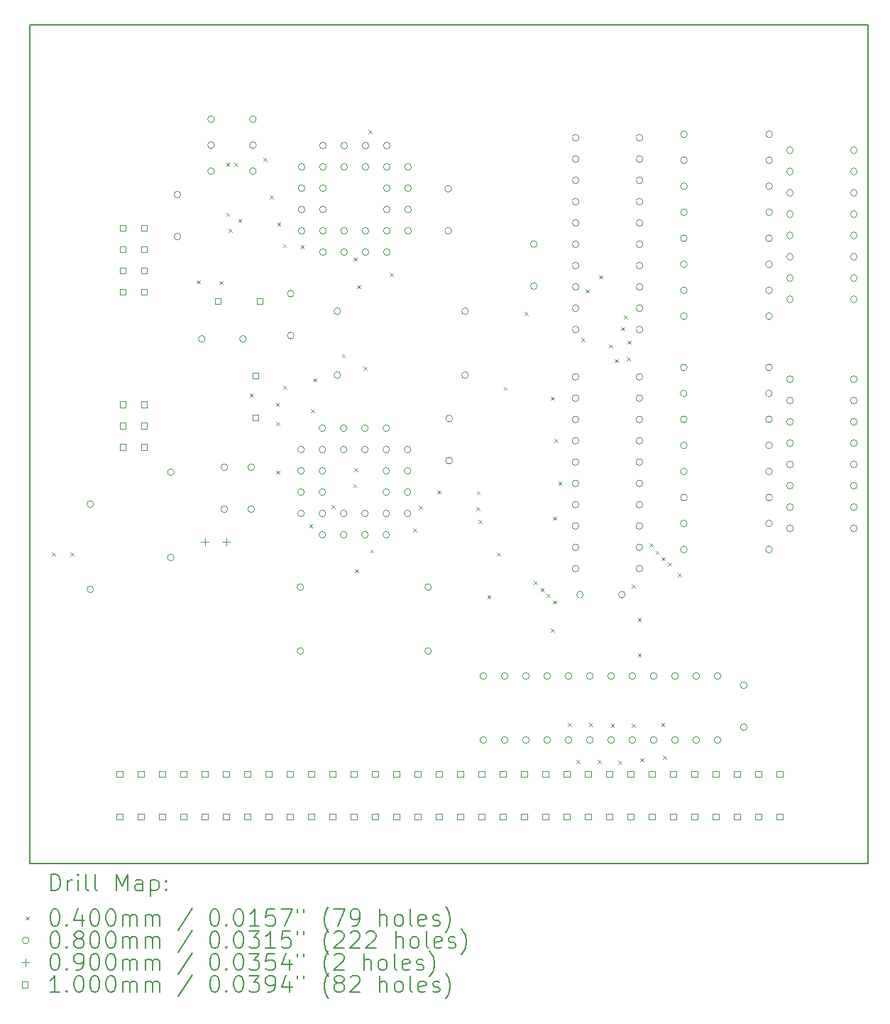
<source format=gbr>
%TF.GenerationSoftware,KiCad,Pcbnew,7.0.5*%
%TF.CreationDate,2023-11-05T11:39:28-07:00*%
%TF.ProjectId,uart_boards,75617274-5f62-46f6-9172-64732e6b6963,rev?*%
%TF.SameCoordinates,Original*%
%TF.FileFunction,Drillmap*%
%TF.FilePolarity,Positive*%
%FSLAX45Y45*%
G04 Gerber Fmt 4.5, Leading zero omitted, Abs format (unit mm)*
G04 Created by KiCad (PCBNEW 7.0.5) date 2023-11-05 11:39:28*
%MOMM*%
%LPD*%
G01*
G04 APERTURE LIST*
%ADD10C,0.200000*%
%ADD11C,0.040000*%
%ADD12C,0.080000*%
%ADD13C,0.090000*%
%ADD14C,0.100000*%
G04 APERTURE END LIST*
D10*
X9610000Y-4188000D02*
X19610000Y-4188000D01*
X19610000Y-14188000D01*
X9610000Y-14188000D01*
X9610000Y-4188000D01*
D11*
X9870000Y-10480000D02*
X9910000Y-10520000D01*
X9910000Y-10480000D02*
X9870000Y-10520000D01*
X10089950Y-10480000D02*
X10129950Y-10520000D01*
X10129950Y-10480000D02*
X10089950Y-10520000D01*
X11600000Y-7230000D02*
X11640000Y-7270000D01*
X11640000Y-7230000D02*
X11600000Y-7270000D01*
X11870000Y-7240000D02*
X11910000Y-7280000D01*
X11910000Y-7240000D02*
X11870000Y-7280000D01*
X11950000Y-5830000D02*
X11990000Y-5870000D01*
X11990000Y-5830000D02*
X11950000Y-5870000D01*
X11950050Y-6426980D02*
X11990050Y-6466980D01*
X11990050Y-6426980D02*
X11950050Y-6466980D01*
X11980000Y-6620000D02*
X12020000Y-6660000D01*
X12020000Y-6620000D02*
X11980000Y-6660000D01*
X12050000Y-5830000D02*
X12090000Y-5870000D01*
X12090000Y-5830000D02*
X12050000Y-5870000D01*
X12095000Y-6500000D02*
X12135000Y-6540000D01*
X12135000Y-6500000D02*
X12095000Y-6540000D01*
X12230000Y-8580000D02*
X12270000Y-8620000D01*
X12270000Y-8580000D02*
X12230000Y-8620000D01*
X12397550Y-5770000D02*
X12437550Y-5810000D01*
X12437550Y-5770000D02*
X12397550Y-5810000D01*
X12470000Y-6220000D02*
X12510000Y-6260000D01*
X12510000Y-6220000D02*
X12470000Y-6260000D01*
X12542450Y-8690000D02*
X12582450Y-8730000D01*
X12582450Y-8690000D02*
X12542450Y-8730000D01*
X12550000Y-8920000D02*
X12590000Y-8960000D01*
X12590000Y-8920000D02*
X12550000Y-8960000D01*
X12550000Y-9500000D02*
X12590000Y-9540000D01*
X12590000Y-9500000D02*
X12550000Y-9540000D01*
X12560000Y-6540000D02*
X12600000Y-6580000D01*
X12600000Y-6540000D02*
X12560000Y-6580000D01*
X12627550Y-6800000D02*
X12667550Y-6840000D01*
X12667550Y-6800000D02*
X12627550Y-6840000D01*
X12630000Y-8490000D02*
X12670000Y-8530000D01*
X12670000Y-8490000D02*
X12630000Y-8530000D01*
X12838680Y-6808680D02*
X12878680Y-6848680D01*
X12878680Y-6808680D02*
X12838680Y-6848680D01*
X12940380Y-10139620D02*
X12980380Y-10179620D01*
X12980380Y-10139620D02*
X12940380Y-10179620D01*
X12960000Y-8770000D02*
X13000000Y-8810000D01*
X13000000Y-8770000D02*
X12960000Y-8810000D01*
X12990000Y-8400000D02*
X13030000Y-8440000D01*
X13030000Y-8400000D02*
X12990000Y-8440000D01*
X13210000Y-9913070D02*
X13250000Y-9953070D01*
X13250000Y-9913070D02*
X13210000Y-9953070D01*
X13330760Y-8110760D02*
X13370760Y-8150760D01*
X13370760Y-8110760D02*
X13330760Y-8150760D01*
X13466493Y-9661047D02*
X13506493Y-9701047D01*
X13506493Y-9661047D02*
X13466493Y-9701047D01*
X13470000Y-6960000D02*
X13510000Y-7000000D01*
X13510000Y-6960000D02*
X13470000Y-7000000D01*
X13480000Y-9471097D02*
X13520000Y-9511097D01*
X13520000Y-9471097D02*
X13480000Y-9511097D01*
X13486632Y-10677828D02*
X13526632Y-10717828D01*
X13526632Y-10677828D02*
X13486632Y-10717828D01*
X13514500Y-7290000D02*
X13554500Y-7330000D01*
X13554500Y-7290000D02*
X13514500Y-7330000D01*
X13586950Y-8256950D02*
X13626950Y-8296950D01*
X13626950Y-8256950D02*
X13586950Y-8296950D01*
X13650000Y-5440000D02*
X13690000Y-5480000D01*
X13690000Y-5440000D02*
X13650000Y-5480000D01*
X13670000Y-10440000D02*
X13710000Y-10480000D01*
X13710000Y-10440000D02*
X13670000Y-10480000D01*
X13900000Y-7140000D02*
X13940000Y-7180000D01*
X13940000Y-7140000D02*
X13900000Y-7180000D01*
X14180000Y-10190000D02*
X14220000Y-10230000D01*
X14220000Y-10190000D02*
X14180000Y-10230000D01*
X14250000Y-9918593D02*
X14290000Y-9958593D01*
X14290000Y-9918593D02*
X14250000Y-9958593D01*
X14470000Y-9737550D02*
X14510000Y-9777550D01*
X14510000Y-9737550D02*
X14470000Y-9777550D01*
X14936230Y-9937550D02*
X14976230Y-9977550D01*
X14976230Y-9937550D02*
X14936230Y-9977550D01*
X14940000Y-9744500D02*
X14980000Y-9784500D01*
X14980000Y-9744500D02*
X14940000Y-9784500D01*
X14960000Y-10090000D02*
X15000000Y-10130000D01*
X15000000Y-10090000D02*
X14960000Y-10130000D01*
X15066230Y-10983770D02*
X15106230Y-11023770D01*
X15106230Y-10983770D02*
X15066230Y-11023770D01*
X15180000Y-10480000D02*
X15220000Y-10520000D01*
X15220000Y-10480000D02*
X15180000Y-10520000D01*
X15260000Y-8500000D02*
X15300000Y-8540000D01*
X15300000Y-8500000D02*
X15260000Y-8540000D01*
X15510000Y-7610000D02*
X15550000Y-7650000D01*
X15550000Y-7610000D02*
X15510000Y-7650000D01*
X15621230Y-10818770D02*
X15661230Y-10858770D01*
X15661230Y-10818770D02*
X15621230Y-10858770D01*
X15701277Y-10898874D02*
X15741277Y-10938874D01*
X15741277Y-10898874D02*
X15701277Y-10938874D01*
X15773727Y-10971336D02*
X15813727Y-11011336D01*
X15813727Y-10971336D02*
X15773727Y-11011336D01*
X15823050Y-8620000D02*
X15863050Y-8660000D01*
X15863050Y-8620000D02*
X15823050Y-8660000D01*
X15826360Y-11386099D02*
X15866360Y-11426099D01*
X15866360Y-11386099D02*
X15826360Y-11426099D01*
X15846522Y-10050000D02*
X15886522Y-10090000D01*
X15886522Y-10050000D02*
X15846522Y-10090000D01*
X15851230Y-11048770D02*
X15891230Y-11088770D01*
X15891230Y-11048770D02*
X15851230Y-11088770D01*
X15868050Y-9124000D02*
X15908050Y-9164000D01*
X15908050Y-9124000D02*
X15868050Y-9164000D01*
X15913050Y-9632000D02*
X15953050Y-9672000D01*
X15953050Y-9632000D02*
X15913050Y-9672000D01*
X16030000Y-12510000D02*
X16070000Y-12550000D01*
X16070000Y-12510000D02*
X16030000Y-12550000D01*
X16130000Y-12950000D02*
X16170000Y-12990000D01*
X16170000Y-12950000D02*
X16130000Y-12990000D01*
X16190000Y-7920000D02*
X16230000Y-7960000D01*
X16230000Y-7920000D02*
X16190000Y-7960000D01*
X16236570Y-7340930D02*
X16276570Y-7380930D01*
X16276570Y-7340930D02*
X16236570Y-7380930D01*
X16280000Y-12510000D02*
X16320000Y-12550000D01*
X16320000Y-12510000D02*
X16280000Y-12550000D01*
X16380000Y-12950000D02*
X16420000Y-12990000D01*
X16420000Y-12950000D02*
X16380000Y-12990000D01*
X16398920Y-7171081D02*
X16438920Y-7211081D01*
X16438920Y-7171081D02*
X16398920Y-7211081D01*
X16515100Y-7995050D02*
X16555100Y-8035050D01*
X16555100Y-7995050D02*
X16515100Y-8035050D01*
X16540000Y-12520000D02*
X16580000Y-12560000D01*
X16580000Y-12520000D02*
X16540000Y-12560000D01*
X16587550Y-8171669D02*
X16627550Y-8211669D01*
X16627550Y-8171669D02*
X16587550Y-8211669D01*
X16630000Y-12960000D02*
X16670000Y-13000000D01*
X16670000Y-12960000D02*
X16630000Y-13000000D01*
X16660000Y-7790000D02*
X16700000Y-7830000D01*
X16700000Y-7790000D02*
X16660000Y-7830000D01*
X16697411Y-7650129D02*
X16737411Y-7690129D01*
X16737411Y-7650129D02*
X16697411Y-7690129D01*
X16732450Y-8150000D02*
X16772450Y-8190000D01*
X16772450Y-8150000D02*
X16732450Y-8190000D01*
X16740000Y-7950050D02*
X16780000Y-7990050D01*
X16780000Y-7950050D02*
X16740000Y-7990050D01*
X16787550Y-10860000D02*
X16827550Y-10900000D01*
X16827550Y-10860000D02*
X16787550Y-10900000D01*
X16790000Y-12520000D02*
X16830000Y-12560000D01*
X16830000Y-12520000D02*
X16790000Y-12560000D01*
X16860000Y-11257550D02*
X16900000Y-11297550D01*
X16900000Y-11257550D02*
X16860000Y-11297550D01*
X16860000Y-11681567D02*
X16900000Y-11721567D01*
X16900000Y-11681567D02*
X16860000Y-11721567D01*
X16890000Y-12930000D02*
X16930000Y-12970000D01*
X16930000Y-12930000D02*
X16890000Y-12970000D01*
X16999241Y-10367222D02*
X17039241Y-10407222D01*
X17039241Y-10367222D02*
X16999241Y-10407222D01*
X17071691Y-10457443D02*
X17111691Y-10497443D01*
X17111691Y-10457443D02*
X17071691Y-10497443D01*
X17140000Y-12507050D02*
X17180000Y-12547050D01*
X17180000Y-12507050D02*
X17140000Y-12547050D01*
X17144141Y-10531729D02*
X17184141Y-10571729D01*
X17184141Y-10531729D02*
X17144141Y-10571729D01*
X17160000Y-12900000D02*
X17200000Y-12940000D01*
X17200000Y-12900000D02*
X17160000Y-12940000D01*
X17220879Y-10595770D02*
X17260879Y-10635770D01*
X17260879Y-10595770D02*
X17220879Y-10635770D01*
X17342450Y-10720676D02*
X17382450Y-10760676D01*
X17382450Y-10720676D02*
X17342450Y-10760676D01*
D12*
X10370000Y-9900000D02*
G75*
G03*
X10370000Y-9900000I-40000J0D01*
G01*
X10370000Y-10916000D02*
G75*
G03*
X10370000Y-10916000I-40000J0D01*
G01*
X11330000Y-9520000D02*
G75*
G03*
X11330000Y-9520000I-40000J0D01*
G01*
X11330000Y-10536000D02*
G75*
G03*
X11330000Y-10536000I-40000J0D01*
G01*
X11410000Y-6210000D02*
G75*
G03*
X11410000Y-6210000I-40000J0D01*
G01*
X11410000Y-6710000D02*
G75*
G03*
X11410000Y-6710000I-40000J0D01*
G01*
X11700000Y-7930000D02*
G75*
G03*
X11700000Y-7930000I-40000J0D01*
G01*
X11810000Y-5310000D02*
G75*
G03*
X11810000Y-5310000I-40000J0D01*
G01*
X11810000Y-5620000D02*
G75*
G03*
X11810000Y-5620000I-40000J0D01*
G01*
X11810000Y-5930000D02*
G75*
G03*
X11810000Y-5930000I-40000J0D01*
G01*
X11970000Y-9460000D02*
G75*
G03*
X11970000Y-9460000I-40000J0D01*
G01*
X11970000Y-9960000D02*
G75*
G03*
X11970000Y-9960000I-40000J0D01*
G01*
X12190000Y-7930000D02*
G75*
G03*
X12190000Y-7930000I-40000J0D01*
G01*
X12290000Y-9460000D02*
G75*
G03*
X12290000Y-9460000I-40000J0D01*
G01*
X12290000Y-9960000D02*
G75*
G03*
X12290000Y-9960000I-40000J0D01*
G01*
X12310000Y-5310000D02*
G75*
G03*
X12310000Y-5310000I-40000J0D01*
G01*
X12310000Y-5620000D02*
G75*
G03*
X12310000Y-5620000I-40000J0D01*
G01*
X12310000Y-5930000D02*
G75*
G03*
X12310000Y-5930000I-40000J0D01*
G01*
X12760000Y-7390000D02*
G75*
G03*
X12760000Y-7390000I-40000J0D01*
G01*
X12760000Y-7890000D02*
G75*
G03*
X12760000Y-7890000I-40000J0D01*
G01*
X12876000Y-10890000D02*
G75*
G03*
X12876000Y-10890000I-40000J0D01*
G01*
X12876000Y-11652000D02*
G75*
G03*
X12876000Y-11652000I-40000J0D01*
G01*
X12885000Y-9249000D02*
G75*
G03*
X12885000Y-9249000I-40000J0D01*
G01*
X12885000Y-9503000D02*
G75*
G03*
X12885000Y-9503000I-40000J0D01*
G01*
X12885000Y-9757000D02*
G75*
G03*
X12885000Y-9757000I-40000J0D01*
G01*
X12885000Y-10011000D02*
G75*
G03*
X12885000Y-10011000I-40000J0D01*
G01*
X12890000Y-5880000D02*
G75*
G03*
X12890000Y-5880000I-40000J0D01*
G01*
X12890000Y-6134000D02*
G75*
G03*
X12890000Y-6134000I-40000J0D01*
G01*
X12890000Y-6388000D02*
G75*
G03*
X12890000Y-6388000I-40000J0D01*
G01*
X12890000Y-6642000D02*
G75*
G03*
X12890000Y-6642000I-40000J0D01*
G01*
X13139000Y-8995000D02*
G75*
G03*
X13139000Y-8995000I-40000J0D01*
G01*
X13139000Y-9249000D02*
G75*
G03*
X13139000Y-9249000I-40000J0D01*
G01*
X13139000Y-9503000D02*
G75*
G03*
X13139000Y-9503000I-40000J0D01*
G01*
X13139000Y-9757000D02*
G75*
G03*
X13139000Y-9757000I-40000J0D01*
G01*
X13139000Y-10011000D02*
G75*
G03*
X13139000Y-10011000I-40000J0D01*
G01*
X13139000Y-10265000D02*
G75*
G03*
X13139000Y-10265000I-40000J0D01*
G01*
X13144000Y-5626000D02*
G75*
G03*
X13144000Y-5626000I-40000J0D01*
G01*
X13144000Y-5880000D02*
G75*
G03*
X13144000Y-5880000I-40000J0D01*
G01*
X13144000Y-6134000D02*
G75*
G03*
X13144000Y-6134000I-40000J0D01*
G01*
X13144000Y-6388000D02*
G75*
G03*
X13144000Y-6388000I-40000J0D01*
G01*
X13144000Y-6642000D02*
G75*
G03*
X13144000Y-6642000I-40000J0D01*
G01*
X13144000Y-6896000D02*
G75*
G03*
X13144000Y-6896000I-40000J0D01*
G01*
X13316000Y-7600000D02*
G75*
G03*
X13316000Y-7600000I-40000J0D01*
G01*
X13316000Y-8362000D02*
G75*
G03*
X13316000Y-8362000I-40000J0D01*
G01*
X13393000Y-8995000D02*
G75*
G03*
X13393000Y-8995000I-40000J0D01*
G01*
X13393000Y-9249000D02*
G75*
G03*
X13393000Y-9249000I-40000J0D01*
G01*
X13393000Y-10011000D02*
G75*
G03*
X13393000Y-10011000I-40000J0D01*
G01*
X13393000Y-10265000D02*
G75*
G03*
X13393000Y-10265000I-40000J0D01*
G01*
X13398000Y-5626000D02*
G75*
G03*
X13398000Y-5626000I-40000J0D01*
G01*
X13398000Y-5880000D02*
G75*
G03*
X13398000Y-5880000I-40000J0D01*
G01*
X13398000Y-6642000D02*
G75*
G03*
X13398000Y-6642000I-40000J0D01*
G01*
X13398000Y-6896000D02*
G75*
G03*
X13398000Y-6896000I-40000J0D01*
G01*
X13647000Y-8995000D02*
G75*
G03*
X13647000Y-8995000I-40000J0D01*
G01*
X13647000Y-9249000D02*
G75*
G03*
X13647000Y-9249000I-40000J0D01*
G01*
X13647000Y-10011000D02*
G75*
G03*
X13647000Y-10011000I-40000J0D01*
G01*
X13647000Y-10265000D02*
G75*
G03*
X13647000Y-10265000I-40000J0D01*
G01*
X13652000Y-5626000D02*
G75*
G03*
X13652000Y-5626000I-40000J0D01*
G01*
X13652000Y-5880000D02*
G75*
G03*
X13652000Y-5880000I-40000J0D01*
G01*
X13652000Y-6642000D02*
G75*
G03*
X13652000Y-6642000I-40000J0D01*
G01*
X13652000Y-6896000D02*
G75*
G03*
X13652000Y-6896000I-40000J0D01*
G01*
X13901000Y-8995000D02*
G75*
G03*
X13901000Y-8995000I-40000J0D01*
G01*
X13901000Y-9249000D02*
G75*
G03*
X13901000Y-9249000I-40000J0D01*
G01*
X13901000Y-9503000D02*
G75*
G03*
X13901000Y-9503000I-40000J0D01*
G01*
X13901000Y-9757000D02*
G75*
G03*
X13901000Y-9757000I-40000J0D01*
G01*
X13901000Y-10011000D02*
G75*
G03*
X13901000Y-10011000I-40000J0D01*
G01*
X13901000Y-10265000D02*
G75*
G03*
X13901000Y-10265000I-40000J0D01*
G01*
X13906000Y-5626000D02*
G75*
G03*
X13906000Y-5626000I-40000J0D01*
G01*
X13906000Y-5880000D02*
G75*
G03*
X13906000Y-5880000I-40000J0D01*
G01*
X13906000Y-6134000D02*
G75*
G03*
X13906000Y-6134000I-40000J0D01*
G01*
X13906000Y-6388000D02*
G75*
G03*
X13906000Y-6388000I-40000J0D01*
G01*
X13906000Y-6642000D02*
G75*
G03*
X13906000Y-6642000I-40000J0D01*
G01*
X13906000Y-6896000D02*
G75*
G03*
X13906000Y-6896000I-40000J0D01*
G01*
X14155000Y-9249000D02*
G75*
G03*
X14155000Y-9249000I-40000J0D01*
G01*
X14155000Y-9503000D02*
G75*
G03*
X14155000Y-9503000I-40000J0D01*
G01*
X14155000Y-9757000D02*
G75*
G03*
X14155000Y-9757000I-40000J0D01*
G01*
X14155000Y-10011000D02*
G75*
G03*
X14155000Y-10011000I-40000J0D01*
G01*
X14160000Y-5880000D02*
G75*
G03*
X14160000Y-5880000I-40000J0D01*
G01*
X14160000Y-6134000D02*
G75*
G03*
X14160000Y-6134000I-40000J0D01*
G01*
X14160000Y-6388000D02*
G75*
G03*
X14160000Y-6388000I-40000J0D01*
G01*
X14160000Y-6642000D02*
G75*
G03*
X14160000Y-6642000I-40000J0D01*
G01*
X14400000Y-10890000D02*
G75*
G03*
X14400000Y-10890000I-40000J0D01*
G01*
X14400000Y-11652000D02*
G75*
G03*
X14400000Y-11652000I-40000J0D01*
G01*
X14640000Y-6140000D02*
G75*
G03*
X14640000Y-6140000I-40000J0D01*
G01*
X14640000Y-6640000D02*
G75*
G03*
X14640000Y-6640000I-40000J0D01*
G01*
X14650000Y-8880000D02*
G75*
G03*
X14650000Y-8880000I-40000J0D01*
G01*
X14650000Y-9380000D02*
G75*
G03*
X14650000Y-9380000I-40000J0D01*
G01*
X14840000Y-7600000D02*
G75*
G03*
X14840000Y-7600000I-40000J0D01*
G01*
X14840000Y-8362000D02*
G75*
G03*
X14840000Y-8362000I-40000J0D01*
G01*
X15058000Y-11950000D02*
G75*
G03*
X15058000Y-11950000I-40000J0D01*
G01*
X15058000Y-12712000D02*
G75*
G03*
X15058000Y-12712000I-40000J0D01*
G01*
X15312000Y-11950000D02*
G75*
G03*
X15312000Y-11950000I-40000J0D01*
G01*
X15312000Y-12712000D02*
G75*
G03*
X15312000Y-12712000I-40000J0D01*
G01*
X15566000Y-11950000D02*
G75*
G03*
X15566000Y-11950000I-40000J0D01*
G01*
X15566000Y-12712000D02*
G75*
G03*
X15566000Y-12712000I-40000J0D01*
G01*
X15660000Y-6800000D02*
G75*
G03*
X15660000Y-6800000I-40000J0D01*
G01*
X15660000Y-7300000D02*
G75*
G03*
X15660000Y-7300000I-40000J0D01*
G01*
X15820000Y-11950000D02*
G75*
G03*
X15820000Y-11950000I-40000J0D01*
G01*
X15820000Y-12712000D02*
G75*
G03*
X15820000Y-12712000I-40000J0D01*
G01*
X16074000Y-11950000D02*
G75*
G03*
X16074000Y-11950000I-40000J0D01*
G01*
X16074000Y-12712000D02*
G75*
G03*
X16074000Y-12712000I-40000J0D01*
G01*
X16158000Y-8382000D02*
G75*
G03*
X16158000Y-8382000I-40000J0D01*
G01*
X16158000Y-8636000D02*
G75*
G03*
X16158000Y-8636000I-40000J0D01*
G01*
X16158000Y-8890000D02*
G75*
G03*
X16158000Y-8890000I-40000J0D01*
G01*
X16158000Y-9144000D02*
G75*
G03*
X16158000Y-9144000I-40000J0D01*
G01*
X16158000Y-9398000D02*
G75*
G03*
X16158000Y-9398000I-40000J0D01*
G01*
X16158000Y-9652000D02*
G75*
G03*
X16158000Y-9652000I-40000J0D01*
G01*
X16158000Y-9906000D02*
G75*
G03*
X16158000Y-9906000I-40000J0D01*
G01*
X16158000Y-10160000D02*
G75*
G03*
X16158000Y-10160000I-40000J0D01*
G01*
X16158000Y-10414000D02*
G75*
G03*
X16158000Y-10414000I-40000J0D01*
G01*
X16158000Y-10668000D02*
G75*
G03*
X16158000Y-10668000I-40000J0D01*
G01*
X16160000Y-5532000D02*
G75*
G03*
X16160000Y-5532000I-40000J0D01*
G01*
X16160000Y-5786000D02*
G75*
G03*
X16160000Y-5786000I-40000J0D01*
G01*
X16160000Y-6040000D02*
G75*
G03*
X16160000Y-6040000I-40000J0D01*
G01*
X16160000Y-6294000D02*
G75*
G03*
X16160000Y-6294000I-40000J0D01*
G01*
X16160000Y-6548000D02*
G75*
G03*
X16160000Y-6548000I-40000J0D01*
G01*
X16160000Y-6802000D02*
G75*
G03*
X16160000Y-6802000I-40000J0D01*
G01*
X16160000Y-7056000D02*
G75*
G03*
X16160000Y-7056000I-40000J0D01*
G01*
X16160000Y-7310000D02*
G75*
G03*
X16160000Y-7310000I-40000J0D01*
G01*
X16160000Y-7564000D02*
G75*
G03*
X16160000Y-7564000I-40000J0D01*
G01*
X16160000Y-7818000D02*
G75*
G03*
X16160000Y-7818000I-40000J0D01*
G01*
X16210000Y-10980000D02*
G75*
G03*
X16210000Y-10980000I-40000J0D01*
G01*
X16328000Y-11950000D02*
G75*
G03*
X16328000Y-11950000I-40000J0D01*
G01*
X16328000Y-12712000D02*
G75*
G03*
X16328000Y-12712000I-40000J0D01*
G01*
X16582000Y-11950000D02*
G75*
G03*
X16582000Y-11950000I-40000J0D01*
G01*
X16582000Y-12712000D02*
G75*
G03*
X16582000Y-12712000I-40000J0D01*
G01*
X16710000Y-10980000D02*
G75*
G03*
X16710000Y-10980000I-40000J0D01*
G01*
X16836000Y-11950000D02*
G75*
G03*
X16836000Y-11950000I-40000J0D01*
G01*
X16836000Y-12712000D02*
G75*
G03*
X16836000Y-12712000I-40000J0D01*
G01*
X16920000Y-8382000D02*
G75*
G03*
X16920000Y-8382000I-40000J0D01*
G01*
X16920000Y-8636000D02*
G75*
G03*
X16920000Y-8636000I-40000J0D01*
G01*
X16920000Y-8890000D02*
G75*
G03*
X16920000Y-8890000I-40000J0D01*
G01*
X16920000Y-9144000D02*
G75*
G03*
X16920000Y-9144000I-40000J0D01*
G01*
X16920000Y-9398000D02*
G75*
G03*
X16920000Y-9398000I-40000J0D01*
G01*
X16920000Y-9652000D02*
G75*
G03*
X16920000Y-9652000I-40000J0D01*
G01*
X16920000Y-9906000D02*
G75*
G03*
X16920000Y-9906000I-40000J0D01*
G01*
X16920000Y-10160000D02*
G75*
G03*
X16920000Y-10160000I-40000J0D01*
G01*
X16920000Y-10414000D02*
G75*
G03*
X16920000Y-10414000I-40000J0D01*
G01*
X16920000Y-10668000D02*
G75*
G03*
X16920000Y-10668000I-40000J0D01*
G01*
X16922000Y-5532000D02*
G75*
G03*
X16922000Y-5532000I-40000J0D01*
G01*
X16922000Y-5786000D02*
G75*
G03*
X16922000Y-5786000I-40000J0D01*
G01*
X16922000Y-6040000D02*
G75*
G03*
X16922000Y-6040000I-40000J0D01*
G01*
X16922000Y-6294000D02*
G75*
G03*
X16922000Y-6294000I-40000J0D01*
G01*
X16922000Y-6548000D02*
G75*
G03*
X16922000Y-6548000I-40000J0D01*
G01*
X16922000Y-6802000D02*
G75*
G03*
X16922000Y-6802000I-40000J0D01*
G01*
X16922000Y-7056000D02*
G75*
G03*
X16922000Y-7056000I-40000J0D01*
G01*
X16922000Y-7310000D02*
G75*
G03*
X16922000Y-7310000I-40000J0D01*
G01*
X16922000Y-7564000D02*
G75*
G03*
X16922000Y-7564000I-40000J0D01*
G01*
X16922000Y-7818000D02*
G75*
G03*
X16922000Y-7818000I-40000J0D01*
G01*
X17090000Y-11950000D02*
G75*
G03*
X17090000Y-11950000I-40000J0D01*
G01*
X17090000Y-12712000D02*
G75*
G03*
X17090000Y-12712000I-40000J0D01*
G01*
X17344000Y-11950000D02*
G75*
G03*
X17344000Y-11950000I-40000J0D01*
G01*
X17344000Y-12712000D02*
G75*
G03*
X17344000Y-12712000I-40000J0D01*
G01*
X17450000Y-6730000D02*
G75*
G03*
X17450000Y-6730000I-40000J0D01*
G01*
X17450000Y-7040000D02*
G75*
G03*
X17450000Y-7040000I-40000J0D01*
G01*
X17450000Y-7350000D02*
G75*
G03*
X17450000Y-7350000I-40000J0D01*
G01*
X17450000Y-7660000D02*
G75*
G03*
X17450000Y-7660000I-40000J0D01*
G01*
X17450000Y-8270000D02*
G75*
G03*
X17450000Y-8270000I-40000J0D01*
G01*
X17450000Y-8580000D02*
G75*
G03*
X17450000Y-8580000I-40000J0D01*
G01*
X17450000Y-8890000D02*
G75*
G03*
X17450000Y-8890000I-40000J0D01*
G01*
X17450000Y-9200000D02*
G75*
G03*
X17450000Y-9200000I-40000J0D01*
G01*
X17450000Y-9510000D02*
G75*
G03*
X17450000Y-9510000I-40000J0D01*
G01*
X17450000Y-10130000D02*
G75*
G03*
X17450000Y-10130000I-40000J0D01*
G01*
X17450000Y-10440000D02*
G75*
G03*
X17450000Y-10440000I-40000J0D01*
G01*
X17452000Y-5490000D02*
G75*
G03*
X17452000Y-5490000I-40000J0D01*
G01*
X17452000Y-5800000D02*
G75*
G03*
X17452000Y-5800000I-40000J0D01*
G01*
X17452000Y-6110000D02*
G75*
G03*
X17452000Y-6110000I-40000J0D01*
G01*
X17452000Y-6420000D02*
G75*
G03*
X17452000Y-6420000I-40000J0D01*
G01*
X17452000Y-9820000D02*
G75*
G03*
X17452000Y-9820000I-40000J0D01*
G01*
X17598000Y-11950000D02*
G75*
G03*
X17598000Y-11950000I-40000J0D01*
G01*
X17598000Y-12712000D02*
G75*
G03*
X17598000Y-12712000I-40000J0D01*
G01*
X17852000Y-11950000D02*
G75*
G03*
X17852000Y-11950000I-40000J0D01*
G01*
X17852000Y-12712000D02*
G75*
G03*
X17852000Y-12712000I-40000J0D01*
G01*
X18166000Y-12060000D02*
G75*
G03*
X18166000Y-12060000I-40000J0D01*
G01*
X18166000Y-12560000D02*
G75*
G03*
X18166000Y-12560000I-40000J0D01*
G01*
X18466000Y-6730000D02*
G75*
G03*
X18466000Y-6730000I-40000J0D01*
G01*
X18466000Y-7040000D02*
G75*
G03*
X18466000Y-7040000I-40000J0D01*
G01*
X18466000Y-7350000D02*
G75*
G03*
X18466000Y-7350000I-40000J0D01*
G01*
X18466000Y-7660000D02*
G75*
G03*
X18466000Y-7660000I-40000J0D01*
G01*
X18466000Y-8270000D02*
G75*
G03*
X18466000Y-8270000I-40000J0D01*
G01*
X18466000Y-8580000D02*
G75*
G03*
X18466000Y-8580000I-40000J0D01*
G01*
X18466000Y-8890000D02*
G75*
G03*
X18466000Y-8890000I-40000J0D01*
G01*
X18466000Y-9200000D02*
G75*
G03*
X18466000Y-9200000I-40000J0D01*
G01*
X18466000Y-9510000D02*
G75*
G03*
X18466000Y-9510000I-40000J0D01*
G01*
X18466000Y-10130000D02*
G75*
G03*
X18466000Y-10130000I-40000J0D01*
G01*
X18466000Y-10440000D02*
G75*
G03*
X18466000Y-10440000I-40000J0D01*
G01*
X18468000Y-5490000D02*
G75*
G03*
X18468000Y-5490000I-40000J0D01*
G01*
X18468000Y-5800000D02*
G75*
G03*
X18468000Y-5800000I-40000J0D01*
G01*
X18468000Y-6110000D02*
G75*
G03*
X18468000Y-6110000I-40000J0D01*
G01*
X18468000Y-6420000D02*
G75*
G03*
X18468000Y-6420000I-40000J0D01*
G01*
X18468000Y-9820000D02*
G75*
G03*
X18468000Y-9820000I-40000J0D01*
G01*
X18716000Y-5680000D02*
G75*
G03*
X18716000Y-5680000I-40000J0D01*
G01*
X18716000Y-5934000D02*
G75*
G03*
X18716000Y-5934000I-40000J0D01*
G01*
X18716000Y-6188000D02*
G75*
G03*
X18716000Y-6188000I-40000J0D01*
G01*
X18716000Y-6442000D02*
G75*
G03*
X18716000Y-6442000I-40000J0D01*
G01*
X18716000Y-6696000D02*
G75*
G03*
X18716000Y-6696000I-40000J0D01*
G01*
X18716000Y-6950000D02*
G75*
G03*
X18716000Y-6950000I-40000J0D01*
G01*
X18716000Y-7204000D02*
G75*
G03*
X18716000Y-7204000I-40000J0D01*
G01*
X18716000Y-7458000D02*
G75*
G03*
X18716000Y-7458000I-40000J0D01*
G01*
X18716000Y-8409500D02*
G75*
G03*
X18716000Y-8409500I-40000J0D01*
G01*
X18716000Y-8663500D02*
G75*
G03*
X18716000Y-8663500I-40000J0D01*
G01*
X18716000Y-8917500D02*
G75*
G03*
X18716000Y-8917500I-40000J0D01*
G01*
X18716000Y-9171500D02*
G75*
G03*
X18716000Y-9171500I-40000J0D01*
G01*
X18716000Y-9425500D02*
G75*
G03*
X18716000Y-9425500I-40000J0D01*
G01*
X18716000Y-9679500D02*
G75*
G03*
X18716000Y-9679500I-40000J0D01*
G01*
X18716000Y-9933500D02*
G75*
G03*
X18716000Y-9933500I-40000J0D01*
G01*
X18716000Y-10187500D02*
G75*
G03*
X18716000Y-10187500I-40000J0D01*
G01*
X19478000Y-5680000D02*
G75*
G03*
X19478000Y-5680000I-40000J0D01*
G01*
X19478000Y-5934000D02*
G75*
G03*
X19478000Y-5934000I-40000J0D01*
G01*
X19478000Y-6188000D02*
G75*
G03*
X19478000Y-6188000I-40000J0D01*
G01*
X19478000Y-6442000D02*
G75*
G03*
X19478000Y-6442000I-40000J0D01*
G01*
X19478000Y-6696000D02*
G75*
G03*
X19478000Y-6696000I-40000J0D01*
G01*
X19478000Y-6950000D02*
G75*
G03*
X19478000Y-6950000I-40000J0D01*
G01*
X19478000Y-7204000D02*
G75*
G03*
X19478000Y-7204000I-40000J0D01*
G01*
X19478000Y-7458000D02*
G75*
G03*
X19478000Y-7458000I-40000J0D01*
G01*
X19478000Y-8409500D02*
G75*
G03*
X19478000Y-8409500I-40000J0D01*
G01*
X19478000Y-8663500D02*
G75*
G03*
X19478000Y-8663500I-40000J0D01*
G01*
X19478000Y-8917500D02*
G75*
G03*
X19478000Y-8917500I-40000J0D01*
G01*
X19478000Y-9171500D02*
G75*
G03*
X19478000Y-9171500I-40000J0D01*
G01*
X19478000Y-9425500D02*
G75*
G03*
X19478000Y-9425500I-40000J0D01*
G01*
X19478000Y-9679500D02*
G75*
G03*
X19478000Y-9679500I-40000J0D01*
G01*
X19478000Y-9933500D02*
G75*
G03*
X19478000Y-9933500I-40000J0D01*
G01*
X19478000Y-10187500D02*
G75*
G03*
X19478000Y-10187500I-40000J0D01*
G01*
D13*
X11696000Y-10305000D02*
X11696000Y-10395000D01*
X11651000Y-10350000D02*
X11741000Y-10350000D01*
X11950000Y-10305000D02*
X11950000Y-10395000D01*
X11905000Y-10350000D02*
X11995000Y-10350000D01*
D14*
X10713356Y-13155356D02*
X10713356Y-13084644D01*
X10642644Y-13084644D01*
X10642644Y-13155356D01*
X10713356Y-13155356D01*
X10713356Y-13663356D02*
X10713356Y-13592644D01*
X10642644Y-13592644D01*
X10642644Y-13663356D01*
X10713356Y-13663356D01*
X10751356Y-6643356D02*
X10751356Y-6572644D01*
X10680644Y-6572644D01*
X10680644Y-6643356D01*
X10751356Y-6643356D01*
X10751356Y-6897356D02*
X10751356Y-6826644D01*
X10680644Y-6826644D01*
X10680644Y-6897356D01*
X10751356Y-6897356D01*
X10751356Y-7151356D02*
X10751356Y-7080644D01*
X10680644Y-7080644D01*
X10680644Y-7151356D01*
X10751356Y-7151356D01*
X10751356Y-7405356D02*
X10751356Y-7334644D01*
X10680644Y-7334644D01*
X10680644Y-7405356D01*
X10751356Y-7405356D01*
X10754049Y-8747356D02*
X10754049Y-8676644D01*
X10683337Y-8676644D01*
X10683337Y-8747356D01*
X10754049Y-8747356D01*
X10754049Y-9001356D02*
X10754049Y-8930644D01*
X10683337Y-8930644D01*
X10683337Y-9001356D01*
X10754049Y-9001356D01*
X10754049Y-9255356D02*
X10754049Y-9184644D01*
X10683337Y-9184644D01*
X10683337Y-9255356D01*
X10754049Y-9255356D01*
X10967356Y-13155356D02*
X10967356Y-13084644D01*
X10896644Y-13084644D01*
X10896644Y-13155356D01*
X10967356Y-13155356D01*
X10967356Y-13663356D02*
X10967356Y-13592644D01*
X10896644Y-13592644D01*
X10896644Y-13663356D01*
X10967356Y-13663356D01*
X11005356Y-6643356D02*
X11005356Y-6572644D01*
X10934644Y-6572644D01*
X10934644Y-6643356D01*
X11005356Y-6643356D01*
X11005356Y-6897356D02*
X11005356Y-6826644D01*
X10934644Y-6826644D01*
X10934644Y-6897356D01*
X11005356Y-6897356D01*
X11005356Y-7151356D02*
X11005356Y-7080644D01*
X10934644Y-7080644D01*
X10934644Y-7151356D01*
X11005356Y-7151356D01*
X11005356Y-7405356D02*
X11005356Y-7334644D01*
X10934644Y-7334644D01*
X10934644Y-7405356D01*
X11005356Y-7405356D01*
X11008049Y-8747356D02*
X11008049Y-8676644D01*
X10937337Y-8676644D01*
X10937337Y-8747356D01*
X11008049Y-8747356D01*
X11008049Y-9001356D02*
X11008049Y-8930644D01*
X10937337Y-8930644D01*
X10937337Y-9001356D01*
X11008049Y-9001356D01*
X11008049Y-9255356D02*
X11008049Y-9184644D01*
X10937337Y-9184644D01*
X10937337Y-9255356D01*
X11008049Y-9255356D01*
X11221356Y-13155356D02*
X11221356Y-13084644D01*
X11150644Y-13084644D01*
X11150644Y-13155356D01*
X11221356Y-13155356D01*
X11221356Y-13663356D02*
X11221356Y-13592644D01*
X11150644Y-13592644D01*
X11150644Y-13663356D01*
X11221356Y-13663356D01*
X11475356Y-13155356D02*
X11475356Y-13084644D01*
X11404644Y-13084644D01*
X11404644Y-13155356D01*
X11475356Y-13155356D01*
X11475356Y-13663356D02*
X11475356Y-13592644D01*
X11404644Y-13592644D01*
X11404644Y-13663356D01*
X11475356Y-13663356D01*
X11729356Y-13155356D02*
X11729356Y-13084644D01*
X11658644Y-13084644D01*
X11658644Y-13155356D01*
X11729356Y-13155356D01*
X11729356Y-13663356D02*
X11729356Y-13592644D01*
X11658644Y-13592644D01*
X11658644Y-13663356D01*
X11729356Y-13663356D01*
X11885356Y-7515356D02*
X11885356Y-7444644D01*
X11814644Y-7444644D01*
X11814644Y-7515356D01*
X11885356Y-7515356D01*
X11983356Y-13155356D02*
X11983356Y-13084644D01*
X11912644Y-13084644D01*
X11912644Y-13155356D01*
X11983356Y-13155356D01*
X11983356Y-13663356D02*
X11983356Y-13592644D01*
X11912644Y-13592644D01*
X11912644Y-13663356D01*
X11983356Y-13663356D01*
X12237356Y-13155356D02*
X12237356Y-13084644D01*
X12166644Y-13084644D01*
X12166644Y-13155356D01*
X12237356Y-13155356D01*
X12237356Y-13663356D02*
X12237356Y-13592644D01*
X12166644Y-13592644D01*
X12166644Y-13663356D01*
X12237356Y-13663356D01*
X12336133Y-8401988D02*
X12336133Y-8331277D01*
X12265421Y-8331277D01*
X12265421Y-8401988D01*
X12336133Y-8401988D01*
X12336133Y-8901988D02*
X12336133Y-8831277D01*
X12265421Y-8831277D01*
X12265421Y-8901988D01*
X12336133Y-8901988D01*
X12385356Y-7515356D02*
X12385356Y-7444644D01*
X12314644Y-7444644D01*
X12314644Y-7515356D01*
X12385356Y-7515356D01*
X12491356Y-13155356D02*
X12491356Y-13084644D01*
X12420644Y-13084644D01*
X12420644Y-13155356D01*
X12491356Y-13155356D01*
X12491356Y-13663356D02*
X12491356Y-13592644D01*
X12420644Y-13592644D01*
X12420644Y-13663356D01*
X12491356Y-13663356D01*
X12745356Y-13155356D02*
X12745356Y-13084644D01*
X12674644Y-13084644D01*
X12674644Y-13155356D01*
X12745356Y-13155356D01*
X12745356Y-13663356D02*
X12745356Y-13592644D01*
X12674644Y-13592644D01*
X12674644Y-13663356D01*
X12745356Y-13663356D01*
X12999356Y-13155356D02*
X12999356Y-13084644D01*
X12928644Y-13084644D01*
X12928644Y-13155356D01*
X12999356Y-13155356D01*
X12999356Y-13663356D02*
X12999356Y-13592644D01*
X12928644Y-13592644D01*
X12928644Y-13663356D01*
X12999356Y-13663356D01*
X13253356Y-13155356D02*
X13253356Y-13084644D01*
X13182644Y-13084644D01*
X13182644Y-13155356D01*
X13253356Y-13155356D01*
X13253356Y-13663356D02*
X13253356Y-13592644D01*
X13182644Y-13592644D01*
X13182644Y-13663356D01*
X13253356Y-13663356D01*
X13507356Y-13155356D02*
X13507356Y-13084644D01*
X13436644Y-13084644D01*
X13436644Y-13155356D01*
X13507356Y-13155356D01*
X13507356Y-13663356D02*
X13507356Y-13592644D01*
X13436644Y-13592644D01*
X13436644Y-13663356D01*
X13507356Y-13663356D01*
X13761356Y-13155356D02*
X13761356Y-13084644D01*
X13690644Y-13084644D01*
X13690644Y-13155356D01*
X13761356Y-13155356D01*
X13761356Y-13663356D02*
X13761356Y-13592644D01*
X13690644Y-13592644D01*
X13690644Y-13663356D01*
X13761356Y-13663356D01*
X14015356Y-13155356D02*
X14015356Y-13084644D01*
X13944644Y-13084644D01*
X13944644Y-13155356D01*
X14015356Y-13155356D01*
X14015356Y-13663356D02*
X14015356Y-13592644D01*
X13944644Y-13592644D01*
X13944644Y-13663356D01*
X14015356Y-13663356D01*
X14269356Y-13155356D02*
X14269356Y-13084644D01*
X14198644Y-13084644D01*
X14198644Y-13155356D01*
X14269356Y-13155356D01*
X14269356Y-13663356D02*
X14269356Y-13592644D01*
X14198644Y-13592644D01*
X14198644Y-13663356D01*
X14269356Y-13663356D01*
X14523356Y-13155356D02*
X14523356Y-13084644D01*
X14452644Y-13084644D01*
X14452644Y-13155356D01*
X14523356Y-13155356D01*
X14523356Y-13663356D02*
X14523356Y-13592644D01*
X14452644Y-13592644D01*
X14452644Y-13663356D01*
X14523356Y-13663356D01*
X14777356Y-13155356D02*
X14777356Y-13084644D01*
X14706644Y-13084644D01*
X14706644Y-13155356D01*
X14777356Y-13155356D01*
X14777356Y-13663356D02*
X14777356Y-13592644D01*
X14706644Y-13592644D01*
X14706644Y-13663356D01*
X14777356Y-13663356D01*
X15031356Y-13155356D02*
X15031356Y-13084644D01*
X14960644Y-13084644D01*
X14960644Y-13155356D01*
X15031356Y-13155356D01*
X15031356Y-13663356D02*
X15031356Y-13592644D01*
X14960644Y-13592644D01*
X14960644Y-13663356D01*
X15031356Y-13663356D01*
X15285356Y-13155356D02*
X15285356Y-13084644D01*
X15214644Y-13084644D01*
X15214644Y-13155356D01*
X15285356Y-13155356D01*
X15285356Y-13663356D02*
X15285356Y-13592644D01*
X15214644Y-13592644D01*
X15214644Y-13663356D01*
X15285356Y-13663356D01*
X15539356Y-13155356D02*
X15539356Y-13084644D01*
X15468644Y-13084644D01*
X15468644Y-13155356D01*
X15539356Y-13155356D01*
X15539356Y-13663356D02*
X15539356Y-13592644D01*
X15468644Y-13592644D01*
X15468644Y-13663356D01*
X15539356Y-13663356D01*
X15793356Y-13155356D02*
X15793356Y-13084644D01*
X15722644Y-13084644D01*
X15722644Y-13155356D01*
X15793356Y-13155356D01*
X15793356Y-13663356D02*
X15793356Y-13592644D01*
X15722644Y-13592644D01*
X15722644Y-13663356D01*
X15793356Y-13663356D01*
X16047356Y-13155356D02*
X16047356Y-13084644D01*
X15976644Y-13084644D01*
X15976644Y-13155356D01*
X16047356Y-13155356D01*
X16047356Y-13663356D02*
X16047356Y-13592644D01*
X15976644Y-13592644D01*
X15976644Y-13663356D01*
X16047356Y-13663356D01*
X16301356Y-13155356D02*
X16301356Y-13084644D01*
X16230644Y-13084644D01*
X16230644Y-13155356D01*
X16301356Y-13155356D01*
X16301356Y-13663356D02*
X16301356Y-13592644D01*
X16230644Y-13592644D01*
X16230644Y-13663356D01*
X16301356Y-13663356D01*
X16555356Y-13155356D02*
X16555356Y-13084644D01*
X16484644Y-13084644D01*
X16484644Y-13155356D01*
X16555356Y-13155356D01*
X16555356Y-13663356D02*
X16555356Y-13592644D01*
X16484644Y-13592644D01*
X16484644Y-13663356D01*
X16555356Y-13663356D01*
X16809356Y-13155356D02*
X16809356Y-13084644D01*
X16738644Y-13084644D01*
X16738644Y-13155356D01*
X16809356Y-13155356D01*
X16809356Y-13663356D02*
X16809356Y-13592644D01*
X16738644Y-13592644D01*
X16738644Y-13663356D01*
X16809356Y-13663356D01*
X17063356Y-13155356D02*
X17063356Y-13084644D01*
X16992644Y-13084644D01*
X16992644Y-13155356D01*
X17063356Y-13155356D01*
X17063356Y-13663356D02*
X17063356Y-13592644D01*
X16992644Y-13592644D01*
X16992644Y-13663356D01*
X17063356Y-13663356D01*
X17317356Y-13155356D02*
X17317356Y-13084644D01*
X17246644Y-13084644D01*
X17246644Y-13155356D01*
X17317356Y-13155356D01*
X17317356Y-13663356D02*
X17317356Y-13592644D01*
X17246644Y-13592644D01*
X17246644Y-13663356D01*
X17317356Y-13663356D01*
X17571356Y-13155356D02*
X17571356Y-13084644D01*
X17500644Y-13084644D01*
X17500644Y-13155356D01*
X17571356Y-13155356D01*
X17571356Y-13663356D02*
X17571356Y-13592644D01*
X17500644Y-13592644D01*
X17500644Y-13663356D01*
X17571356Y-13663356D01*
X17825356Y-13155356D02*
X17825356Y-13084644D01*
X17754644Y-13084644D01*
X17754644Y-13155356D01*
X17825356Y-13155356D01*
X17825356Y-13663356D02*
X17825356Y-13592644D01*
X17754644Y-13592644D01*
X17754644Y-13663356D01*
X17825356Y-13663356D01*
X18079356Y-13155356D02*
X18079356Y-13084644D01*
X18008644Y-13084644D01*
X18008644Y-13155356D01*
X18079356Y-13155356D01*
X18079356Y-13663356D02*
X18079356Y-13592644D01*
X18008644Y-13592644D01*
X18008644Y-13663356D01*
X18079356Y-13663356D01*
X18333356Y-13155356D02*
X18333356Y-13084644D01*
X18262644Y-13084644D01*
X18262644Y-13155356D01*
X18333356Y-13155356D01*
X18333356Y-13663356D02*
X18333356Y-13592644D01*
X18262644Y-13592644D01*
X18262644Y-13663356D01*
X18333356Y-13663356D01*
X18587356Y-13155356D02*
X18587356Y-13084644D01*
X18516644Y-13084644D01*
X18516644Y-13155356D01*
X18587356Y-13155356D01*
X18587356Y-13663356D02*
X18587356Y-13592644D01*
X18516644Y-13592644D01*
X18516644Y-13663356D01*
X18587356Y-13663356D01*
D10*
X9860777Y-14509484D02*
X9860777Y-14309484D01*
X9860777Y-14309484D02*
X9908396Y-14309484D01*
X9908396Y-14309484D02*
X9936967Y-14319008D01*
X9936967Y-14319008D02*
X9956015Y-14338055D01*
X9956015Y-14338055D02*
X9965539Y-14357103D01*
X9965539Y-14357103D02*
X9975063Y-14395198D01*
X9975063Y-14395198D02*
X9975063Y-14423769D01*
X9975063Y-14423769D02*
X9965539Y-14461865D01*
X9965539Y-14461865D02*
X9956015Y-14480912D01*
X9956015Y-14480912D02*
X9936967Y-14499960D01*
X9936967Y-14499960D02*
X9908396Y-14509484D01*
X9908396Y-14509484D02*
X9860777Y-14509484D01*
X10060777Y-14509484D02*
X10060777Y-14376150D01*
X10060777Y-14414246D02*
X10070301Y-14395198D01*
X10070301Y-14395198D02*
X10079824Y-14385674D01*
X10079824Y-14385674D02*
X10098872Y-14376150D01*
X10098872Y-14376150D02*
X10117920Y-14376150D01*
X10184586Y-14509484D02*
X10184586Y-14376150D01*
X10184586Y-14309484D02*
X10175063Y-14319008D01*
X10175063Y-14319008D02*
X10184586Y-14328531D01*
X10184586Y-14328531D02*
X10194110Y-14319008D01*
X10194110Y-14319008D02*
X10184586Y-14309484D01*
X10184586Y-14309484D02*
X10184586Y-14328531D01*
X10308396Y-14509484D02*
X10289348Y-14499960D01*
X10289348Y-14499960D02*
X10279824Y-14480912D01*
X10279824Y-14480912D02*
X10279824Y-14309484D01*
X10413158Y-14509484D02*
X10394110Y-14499960D01*
X10394110Y-14499960D02*
X10384586Y-14480912D01*
X10384586Y-14480912D02*
X10384586Y-14309484D01*
X10641729Y-14509484D02*
X10641729Y-14309484D01*
X10641729Y-14309484D02*
X10708396Y-14452341D01*
X10708396Y-14452341D02*
X10775063Y-14309484D01*
X10775063Y-14309484D02*
X10775063Y-14509484D01*
X10956015Y-14509484D02*
X10956015Y-14404722D01*
X10956015Y-14404722D02*
X10946491Y-14385674D01*
X10946491Y-14385674D02*
X10927444Y-14376150D01*
X10927444Y-14376150D02*
X10889348Y-14376150D01*
X10889348Y-14376150D02*
X10870301Y-14385674D01*
X10956015Y-14499960D02*
X10936967Y-14509484D01*
X10936967Y-14509484D02*
X10889348Y-14509484D01*
X10889348Y-14509484D02*
X10870301Y-14499960D01*
X10870301Y-14499960D02*
X10860777Y-14480912D01*
X10860777Y-14480912D02*
X10860777Y-14461865D01*
X10860777Y-14461865D02*
X10870301Y-14442817D01*
X10870301Y-14442817D02*
X10889348Y-14433293D01*
X10889348Y-14433293D02*
X10936967Y-14433293D01*
X10936967Y-14433293D02*
X10956015Y-14423769D01*
X11051253Y-14376150D02*
X11051253Y-14576150D01*
X11051253Y-14385674D02*
X11070301Y-14376150D01*
X11070301Y-14376150D02*
X11108396Y-14376150D01*
X11108396Y-14376150D02*
X11127444Y-14385674D01*
X11127444Y-14385674D02*
X11136967Y-14395198D01*
X11136967Y-14395198D02*
X11146491Y-14414246D01*
X11146491Y-14414246D02*
X11146491Y-14471388D01*
X11146491Y-14471388D02*
X11136967Y-14490436D01*
X11136967Y-14490436D02*
X11127444Y-14499960D01*
X11127444Y-14499960D02*
X11108396Y-14509484D01*
X11108396Y-14509484D02*
X11070301Y-14509484D01*
X11070301Y-14509484D02*
X11051253Y-14499960D01*
X11232205Y-14490436D02*
X11241729Y-14499960D01*
X11241729Y-14499960D02*
X11232205Y-14509484D01*
X11232205Y-14509484D02*
X11222682Y-14499960D01*
X11222682Y-14499960D02*
X11232205Y-14490436D01*
X11232205Y-14490436D02*
X11232205Y-14509484D01*
X11232205Y-14385674D02*
X11241729Y-14395198D01*
X11241729Y-14395198D02*
X11232205Y-14404722D01*
X11232205Y-14404722D02*
X11222682Y-14395198D01*
X11222682Y-14395198D02*
X11232205Y-14385674D01*
X11232205Y-14385674D02*
X11232205Y-14404722D01*
D11*
X9560000Y-14818000D02*
X9600000Y-14858000D01*
X9600000Y-14818000D02*
X9560000Y-14858000D01*
D10*
X9898872Y-14729484D02*
X9917920Y-14729484D01*
X9917920Y-14729484D02*
X9936967Y-14739008D01*
X9936967Y-14739008D02*
X9946491Y-14748531D01*
X9946491Y-14748531D02*
X9956015Y-14767579D01*
X9956015Y-14767579D02*
X9965539Y-14805674D01*
X9965539Y-14805674D02*
X9965539Y-14853293D01*
X9965539Y-14853293D02*
X9956015Y-14891388D01*
X9956015Y-14891388D02*
X9946491Y-14910436D01*
X9946491Y-14910436D02*
X9936967Y-14919960D01*
X9936967Y-14919960D02*
X9917920Y-14929484D01*
X9917920Y-14929484D02*
X9898872Y-14929484D01*
X9898872Y-14929484D02*
X9879824Y-14919960D01*
X9879824Y-14919960D02*
X9870301Y-14910436D01*
X9870301Y-14910436D02*
X9860777Y-14891388D01*
X9860777Y-14891388D02*
X9851253Y-14853293D01*
X9851253Y-14853293D02*
X9851253Y-14805674D01*
X9851253Y-14805674D02*
X9860777Y-14767579D01*
X9860777Y-14767579D02*
X9870301Y-14748531D01*
X9870301Y-14748531D02*
X9879824Y-14739008D01*
X9879824Y-14739008D02*
X9898872Y-14729484D01*
X10051253Y-14910436D02*
X10060777Y-14919960D01*
X10060777Y-14919960D02*
X10051253Y-14929484D01*
X10051253Y-14929484D02*
X10041729Y-14919960D01*
X10041729Y-14919960D02*
X10051253Y-14910436D01*
X10051253Y-14910436D02*
X10051253Y-14929484D01*
X10232205Y-14796150D02*
X10232205Y-14929484D01*
X10184586Y-14719960D02*
X10136967Y-14862817D01*
X10136967Y-14862817D02*
X10260777Y-14862817D01*
X10375063Y-14729484D02*
X10394110Y-14729484D01*
X10394110Y-14729484D02*
X10413158Y-14739008D01*
X10413158Y-14739008D02*
X10422682Y-14748531D01*
X10422682Y-14748531D02*
X10432205Y-14767579D01*
X10432205Y-14767579D02*
X10441729Y-14805674D01*
X10441729Y-14805674D02*
X10441729Y-14853293D01*
X10441729Y-14853293D02*
X10432205Y-14891388D01*
X10432205Y-14891388D02*
X10422682Y-14910436D01*
X10422682Y-14910436D02*
X10413158Y-14919960D01*
X10413158Y-14919960D02*
X10394110Y-14929484D01*
X10394110Y-14929484D02*
X10375063Y-14929484D01*
X10375063Y-14929484D02*
X10356015Y-14919960D01*
X10356015Y-14919960D02*
X10346491Y-14910436D01*
X10346491Y-14910436D02*
X10336967Y-14891388D01*
X10336967Y-14891388D02*
X10327444Y-14853293D01*
X10327444Y-14853293D02*
X10327444Y-14805674D01*
X10327444Y-14805674D02*
X10336967Y-14767579D01*
X10336967Y-14767579D02*
X10346491Y-14748531D01*
X10346491Y-14748531D02*
X10356015Y-14739008D01*
X10356015Y-14739008D02*
X10375063Y-14729484D01*
X10565539Y-14729484D02*
X10584586Y-14729484D01*
X10584586Y-14729484D02*
X10603634Y-14739008D01*
X10603634Y-14739008D02*
X10613158Y-14748531D01*
X10613158Y-14748531D02*
X10622682Y-14767579D01*
X10622682Y-14767579D02*
X10632205Y-14805674D01*
X10632205Y-14805674D02*
X10632205Y-14853293D01*
X10632205Y-14853293D02*
X10622682Y-14891388D01*
X10622682Y-14891388D02*
X10613158Y-14910436D01*
X10613158Y-14910436D02*
X10603634Y-14919960D01*
X10603634Y-14919960D02*
X10584586Y-14929484D01*
X10584586Y-14929484D02*
X10565539Y-14929484D01*
X10565539Y-14929484D02*
X10546491Y-14919960D01*
X10546491Y-14919960D02*
X10536967Y-14910436D01*
X10536967Y-14910436D02*
X10527444Y-14891388D01*
X10527444Y-14891388D02*
X10517920Y-14853293D01*
X10517920Y-14853293D02*
X10517920Y-14805674D01*
X10517920Y-14805674D02*
X10527444Y-14767579D01*
X10527444Y-14767579D02*
X10536967Y-14748531D01*
X10536967Y-14748531D02*
X10546491Y-14739008D01*
X10546491Y-14739008D02*
X10565539Y-14729484D01*
X10717920Y-14929484D02*
X10717920Y-14796150D01*
X10717920Y-14815198D02*
X10727444Y-14805674D01*
X10727444Y-14805674D02*
X10746491Y-14796150D01*
X10746491Y-14796150D02*
X10775063Y-14796150D01*
X10775063Y-14796150D02*
X10794110Y-14805674D01*
X10794110Y-14805674D02*
X10803634Y-14824722D01*
X10803634Y-14824722D02*
X10803634Y-14929484D01*
X10803634Y-14824722D02*
X10813158Y-14805674D01*
X10813158Y-14805674D02*
X10832205Y-14796150D01*
X10832205Y-14796150D02*
X10860777Y-14796150D01*
X10860777Y-14796150D02*
X10879825Y-14805674D01*
X10879825Y-14805674D02*
X10889348Y-14824722D01*
X10889348Y-14824722D02*
X10889348Y-14929484D01*
X10984586Y-14929484D02*
X10984586Y-14796150D01*
X10984586Y-14815198D02*
X10994110Y-14805674D01*
X10994110Y-14805674D02*
X11013158Y-14796150D01*
X11013158Y-14796150D02*
X11041729Y-14796150D01*
X11041729Y-14796150D02*
X11060777Y-14805674D01*
X11060777Y-14805674D02*
X11070301Y-14824722D01*
X11070301Y-14824722D02*
X11070301Y-14929484D01*
X11070301Y-14824722D02*
X11079825Y-14805674D01*
X11079825Y-14805674D02*
X11098872Y-14796150D01*
X11098872Y-14796150D02*
X11127444Y-14796150D01*
X11127444Y-14796150D02*
X11146491Y-14805674D01*
X11146491Y-14805674D02*
X11156015Y-14824722D01*
X11156015Y-14824722D02*
X11156015Y-14929484D01*
X11546491Y-14719960D02*
X11375063Y-14977103D01*
X11803634Y-14729484D02*
X11822682Y-14729484D01*
X11822682Y-14729484D02*
X11841729Y-14739008D01*
X11841729Y-14739008D02*
X11851253Y-14748531D01*
X11851253Y-14748531D02*
X11860777Y-14767579D01*
X11860777Y-14767579D02*
X11870301Y-14805674D01*
X11870301Y-14805674D02*
X11870301Y-14853293D01*
X11870301Y-14853293D02*
X11860777Y-14891388D01*
X11860777Y-14891388D02*
X11851253Y-14910436D01*
X11851253Y-14910436D02*
X11841729Y-14919960D01*
X11841729Y-14919960D02*
X11822682Y-14929484D01*
X11822682Y-14929484D02*
X11803634Y-14929484D01*
X11803634Y-14929484D02*
X11784586Y-14919960D01*
X11784586Y-14919960D02*
X11775063Y-14910436D01*
X11775063Y-14910436D02*
X11765539Y-14891388D01*
X11765539Y-14891388D02*
X11756015Y-14853293D01*
X11756015Y-14853293D02*
X11756015Y-14805674D01*
X11756015Y-14805674D02*
X11765539Y-14767579D01*
X11765539Y-14767579D02*
X11775063Y-14748531D01*
X11775063Y-14748531D02*
X11784586Y-14739008D01*
X11784586Y-14739008D02*
X11803634Y-14729484D01*
X11956015Y-14910436D02*
X11965539Y-14919960D01*
X11965539Y-14919960D02*
X11956015Y-14929484D01*
X11956015Y-14929484D02*
X11946491Y-14919960D01*
X11946491Y-14919960D02*
X11956015Y-14910436D01*
X11956015Y-14910436D02*
X11956015Y-14929484D01*
X12089348Y-14729484D02*
X12108396Y-14729484D01*
X12108396Y-14729484D02*
X12127444Y-14739008D01*
X12127444Y-14739008D02*
X12136967Y-14748531D01*
X12136967Y-14748531D02*
X12146491Y-14767579D01*
X12146491Y-14767579D02*
X12156015Y-14805674D01*
X12156015Y-14805674D02*
X12156015Y-14853293D01*
X12156015Y-14853293D02*
X12146491Y-14891388D01*
X12146491Y-14891388D02*
X12136967Y-14910436D01*
X12136967Y-14910436D02*
X12127444Y-14919960D01*
X12127444Y-14919960D02*
X12108396Y-14929484D01*
X12108396Y-14929484D02*
X12089348Y-14929484D01*
X12089348Y-14929484D02*
X12070301Y-14919960D01*
X12070301Y-14919960D02*
X12060777Y-14910436D01*
X12060777Y-14910436D02*
X12051253Y-14891388D01*
X12051253Y-14891388D02*
X12041729Y-14853293D01*
X12041729Y-14853293D02*
X12041729Y-14805674D01*
X12041729Y-14805674D02*
X12051253Y-14767579D01*
X12051253Y-14767579D02*
X12060777Y-14748531D01*
X12060777Y-14748531D02*
X12070301Y-14739008D01*
X12070301Y-14739008D02*
X12089348Y-14729484D01*
X12346491Y-14929484D02*
X12232206Y-14929484D01*
X12289348Y-14929484D02*
X12289348Y-14729484D01*
X12289348Y-14729484D02*
X12270301Y-14758055D01*
X12270301Y-14758055D02*
X12251253Y-14777103D01*
X12251253Y-14777103D02*
X12232206Y-14786627D01*
X12527444Y-14729484D02*
X12432206Y-14729484D01*
X12432206Y-14729484D02*
X12422682Y-14824722D01*
X12422682Y-14824722D02*
X12432206Y-14815198D01*
X12432206Y-14815198D02*
X12451253Y-14805674D01*
X12451253Y-14805674D02*
X12498872Y-14805674D01*
X12498872Y-14805674D02*
X12517920Y-14815198D01*
X12517920Y-14815198D02*
X12527444Y-14824722D01*
X12527444Y-14824722D02*
X12536967Y-14843769D01*
X12536967Y-14843769D02*
X12536967Y-14891388D01*
X12536967Y-14891388D02*
X12527444Y-14910436D01*
X12527444Y-14910436D02*
X12517920Y-14919960D01*
X12517920Y-14919960D02*
X12498872Y-14929484D01*
X12498872Y-14929484D02*
X12451253Y-14929484D01*
X12451253Y-14929484D02*
X12432206Y-14919960D01*
X12432206Y-14919960D02*
X12422682Y-14910436D01*
X12603634Y-14729484D02*
X12736967Y-14729484D01*
X12736967Y-14729484D02*
X12651253Y-14929484D01*
X12803634Y-14729484D02*
X12803634Y-14767579D01*
X12879825Y-14729484D02*
X12879825Y-14767579D01*
X13175063Y-15005674D02*
X13165539Y-14996150D01*
X13165539Y-14996150D02*
X13146491Y-14967579D01*
X13146491Y-14967579D02*
X13136968Y-14948531D01*
X13136968Y-14948531D02*
X13127444Y-14919960D01*
X13127444Y-14919960D02*
X13117920Y-14872341D01*
X13117920Y-14872341D02*
X13117920Y-14834246D01*
X13117920Y-14834246D02*
X13127444Y-14786627D01*
X13127444Y-14786627D02*
X13136968Y-14758055D01*
X13136968Y-14758055D02*
X13146491Y-14739008D01*
X13146491Y-14739008D02*
X13165539Y-14710436D01*
X13165539Y-14710436D02*
X13175063Y-14700912D01*
X13232206Y-14729484D02*
X13365539Y-14729484D01*
X13365539Y-14729484D02*
X13279825Y-14929484D01*
X13451253Y-14929484D02*
X13489348Y-14929484D01*
X13489348Y-14929484D02*
X13508396Y-14919960D01*
X13508396Y-14919960D02*
X13517920Y-14910436D01*
X13517920Y-14910436D02*
X13536968Y-14881865D01*
X13536968Y-14881865D02*
X13546491Y-14843769D01*
X13546491Y-14843769D02*
X13546491Y-14767579D01*
X13546491Y-14767579D02*
X13536968Y-14748531D01*
X13536968Y-14748531D02*
X13527444Y-14739008D01*
X13527444Y-14739008D02*
X13508396Y-14729484D01*
X13508396Y-14729484D02*
X13470301Y-14729484D01*
X13470301Y-14729484D02*
X13451253Y-14739008D01*
X13451253Y-14739008D02*
X13441729Y-14748531D01*
X13441729Y-14748531D02*
X13432206Y-14767579D01*
X13432206Y-14767579D02*
X13432206Y-14815198D01*
X13432206Y-14815198D02*
X13441729Y-14834246D01*
X13441729Y-14834246D02*
X13451253Y-14843769D01*
X13451253Y-14843769D02*
X13470301Y-14853293D01*
X13470301Y-14853293D02*
X13508396Y-14853293D01*
X13508396Y-14853293D02*
X13527444Y-14843769D01*
X13527444Y-14843769D02*
X13536968Y-14834246D01*
X13536968Y-14834246D02*
X13546491Y-14815198D01*
X13784587Y-14929484D02*
X13784587Y-14729484D01*
X13870301Y-14929484D02*
X13870301Y-14824722D01*
X13870301Y-14824722D02*
X13860777Y-14805674D01*
X13860777Y-14805674D02*
X13841730Y-14796150D01*
X13841730Y-14796150D02*
X13813158Y-14796150D01*
X13813158Y-14796150D02*
X13794110Y-14805674D01*
X13794110Y-14805674D02*
X13784587Y-14815198D01*
X13994110Y-14929484D02*
X13975063Y-14919960D01*
X13975063Y-14919960D02*
X13965539Y-14910436D01*
X13965539Y-14910436D02*
X13956015Y-14891388D01*
X13956015Y-14891388D02*
X13956015Y-14834246D01*
X13956015Y-14834246D02*
X13965539Y-14815198D01*
X13965539Y-14815198D02*
X13975063Y-14805674D01*
X13975063Y-14805674D02*
X13994110Y-14796150D01*
X13994110Y-14796150D02*
X14022682Y-14796150D01*
X14022682Y-14796150D02*
X14041730Y-14805674D01*
X14041730Y-14805674D02*
X14051253Y-14815198D01*
X14051253Y-14815198D02*
X14060777Y-14834246D01*
X14060777Y-14834246D02*
X14060777Y-14891388D01*
X14060777Y-14891388D02*
X14051253Y-14910436D01*
X14051253Y-14910436D02*
X14041730Y-14919960D01*
X14041730Y-14919960D02*
X14022682Y-14929484D01*
X14022682Y-14929484D02*
X13994110Y-14929484D01*
X14175063Y-14929484D02*
X14156015Y-14919960D01*
X14156015Y-14919960D02*
X14146491Y-14900912D01*
X14146491Y-14900912D02*
X14146491Y-14729484D01*
X14327444Y-14919960D02*
X14308396Y-14929484D01*
X14308396Y-14929484D02*
X14270301Y-14929484D01*
X14270301Y-14929484D02*
X14251253Y-14919960D01*
X14251253Y-14919960D02*
X14241730Y-14900912D01*
X14241730Y-14900912D02*
X14241730Y-14824722D01*
X14241730Y-14824722D02*
X14251253Y-14805674D01*
X14251253Y-14805674D02*
X14270301Y-14796150D01*
X14270301Y-14796150D02*
X14308396Y-14796150D01*
X14308396Y-14796150D02*
X14327444Y-14805674D01*
X14327444Y-14805674D02*
X14336968Y-14824722D01*
X14336968Y-14824722D02*
X14336968Y-14843769D01*
X14336968Y-14843769D02*
X14241730Y-14862817D01*
X14413158Y-14919960D02*
X14432206Y-14929484D01*
X14432206Y-14929484D02*
X14470301Y-14929484D01*
X14470301Y-14929484D02*
X14489349Y-14919960D01*
X14489349Y-14919960D02*
X14498872Y-14900912D01*
X14498872Y-14900912D02*
X14498872Y-14891388D01*
X14498872Y-14891388D02*
X14489349Y-14872341D01*
X14489349Y-14872341D02*
X14470301Y-14862817D01*
X14470301Y-14862817D02*
X14441730Y-14862817D01*
X14441730Y-14862817D02*
X14422682Y-14853293D01*
X14422682Y-14853293D02*
X14413158Y-14834246D01*
X14413158Y-14834246D02*
X14413158Y-14824722D01*
X14413158Y-14824722D02*
X14422682Y-14805674D01*
X14422682Y-14805674D02*
X14441730Y-14796150D01*
X14441730Y-14796150D02*
X14470301Y-14796150D01*
X14470301Y-14796150D02*
X14489349Y-14805674D01*
X14565539Y-15005674D02*
X14575063Y-14996150D01*
X14575063Y-14996150D02*
X14594111Y-14967579D01*
X14594111Y-14967579D02*
X14603634Y-14948531D01*
X14603634Y-14948531D02*
X14613158Y-14919960D01*
X14613158Y-14919960D02*
X14622682Y-14872341D01*
X14622682Y-14872341D02*
X14622682Y-14834246D01*
X14622682Y-14834246D02*
X14613158Y-14786627D01*
X14613158Y-14786627D02*
X14603634Y-14758055D01*
X14603634Y-14758055D02*
X14594111Y-14739008D01*
X14594111Y-14739008D02*
X14575063Y-14710436D01*
X14575063Y-14710436D02*
X14565539Y-14700912D01*
D12*
X9600000Y-15102000D02*
G75*
G03*
X9600000Y-15102000I-40000J0D01*
G01*
D10*
X9898872Y-14993484D02*
X9917920Y-14993484D01*
X9917920Y-14993484D02*
X9936967Y-15003008D01*
X9936967Y-15003008D02*
X9946491Y-15012531D01*
X9946491Y-15012531D02*
X9956015Y-15031579D01*
X9956015Y-15031579D02*
X9965539Y-15069674D01*
X9965539Y-15069674D02*
X9965539Y-15117293D01*
X9965539Y-15117293D02*
X9956015Y-15155388D01*
X9956015Y-15155388D02*
X9946491Y-15174436D01*
X9946491Y-15174436D02*
X9936967Y-15183960D01*
X9936967Y-15183960D02*
X9917920Y-15193484D01*
X9917920Y-15193484D02*
X9898872Y-15193484D01*
X9898872Y-15193484D02*
X9879824Y-15183960D01*
X9879824Y-15183960D02*
X9870301Y-15174436D01*
X9870301Y-15174436D02*
X9860777Y-15155388D01*
X9860777Y-15155388D02*
X9851253Y-15117293D01*
X9851253Y-15117293D02*
X9851253Y-15069674D01*
X9851253Y-15069674D02*
X9860777Y-15031579D01*
X9860777Y-15031579D02*
X9870301Y-15012531D01*
X9870301Y-15012531D02*
X9879824Y-15003008D01*
X9879824Y-15003008D02*
X9898872Y-14993484D01*
X10051253Y-15174436D02*
X10060777Y-15183960D01*
X10060777Y-15183960D02*
X10051253Y-15193484D01*
X10051253Y-15193484D02*
X10041729Y-15183960D01*
X10041729Y-15183960D02*
X10051253Y-15174436D01*
X10051253Y-15174436D02*
X10051253Y-15193484D01*
X10175063Y-15079198D02*
X10156015Y-15069674D01*
X10156015Y-15069674D02*
X10146491Y-15060150D01*
X10146491Y-15060150D02*
X10136967Y-15041103D01*
X10136967Y-15041103D02*
X10136967Y-15031579D01*
X10136967Y-15031579D02*
X10146491Y-15012531D01*
X10146491Y-15012531D02*
X10156015Y-15003008D01*
X10156015Y-15003008D02*
X10175063Y-14993484D01*
X10175063Y-14993484D02*
X10213158Y-14993484D01*
X10213158Y-14993484D02*
X10232205Y-15003008D01*
X10232205Y-15003008D02*
X10241729Y-15012531D01*
X10241729Y-15012531D02*
X10251253Y-15031579D01*
X10251253Y-15031579D02*
X10251253Y-15041103D01*
X10251253Y-15041103D02*
X10241729Y-15060150D01*
X10241729Y-15060150D02*
X10232205Y-15069674D01*
X10232205Y-15069674D02*
X10213158Y-15079198D01*
X10213158Y-15079198D02*
X10175063Y-15079198D01*
X10175063Y-15079198D02*
X10156015Y-15088722D01*
X10156015Y-15088722D02*
X10146491Y-15098246D01*
X10146491Y-15098246D02*
X10136967Y-15117293D01*
X10136967Y-15117293D02*
X10136967Y-15155388D01*
X10136967Y-15155388D02*
X10146491Y-15174436D01*
X10146491Y-15174436D02*
X10156015Y-15183960D01*
X10156015Y-15183960D02*
X10175063Y-15193484D01*
X10175063Y-15193484D02*
X10213158Y-15193484D01*
X10213158Y-15193484D02*
X10232205Y-15183960D01*
X10232205Y-15183960D02*
X10241729Y-15174436D01*
X10241729Y-15174436D02*
X10251253Y-15155388D01*
X10251253Y-15155388D02*
X10251253Y-15117293D01*
X10251253Y-15117293D02*
X10241729Y-15098246D01*
X10241729Y-15098246D02*
X10232205Y-15088722D01*
X10232205Y-15088722D02*
X10213158Y-15079198D01*
X10375063Y-14993484D02*
X10394110Y-14993484D01*
X10394110Y-14993484D02*
X10413158Y-15003008D01*
X10413158Y-15003008D02*
X10422682Y-15012531D01*
X10422682Y-15012531D02*
X10432205Y-15031579D01*
X10432205Y-15031579D02*
X10441729Y-15069674D01*
X10441729Y-15069674D02*
X10441729Y-15117293D01*
X10441729Y-15117293D02*
X10432205Y-15155388D01*
X10432205Y-15155388D02*
X10422682Y-15174436D01*
X10422682Y-15174436D02*
X10413158Y-15183960D01*
X10413158Y-15183960D02*
X10394110Y-15193484D01*
X10394110Y-15193484D02*
X10375063Y-15193484D01*
X10375063Y-15193484D02*
X10356015Y-15183960D01*
X10356015Y-15183960D02*
X10346491Y-15174436D01*
X10346491Y-15174436D02*
X10336967Y-15155388D01*
X10336967Y-15155388D02*
X10327444Y-15117293D01*
X10327444Y-15117293D02*
X10327444Y-15069674D01*
X10327444Y-15069674D02*
X10336967Y-15031579D01*
X10336967Y-15031579D02*
X10346491Y-15012531D01*
X10346491Y-15012531D02*
X10356015Y-15003008D01*
X10356015Y-15003008D02*
X10375063Y-14993484D01*
X10565539Y-14993484D02*
X10584586Y-14993484D01*
X10584586Y-14993484D02*
X10603634Y-15003008D01*
X10603634Y-15003008D02*
X10613158Y-15012531D01*
X10613158Y-15012531D02*
X10622682Y-15031579D01*
X10622682Y-15031579D02*
X10632205Y-15069674D01*
X10632205Y-15069674D02*
X10632205Y-15117293D01*
X10632205Y-15117293D02*
X10622682Y-15155388D01*
X10622682Y-15155388D02*
X10613158Y-15174436D01*
X10613158Y-15174436D02*
X10603634Y-15183960D01*
X10603634Y-15183960D02*
X10584586Y-15193484D01*
X10584586Y-15193484D02*
X10565539Y-15193484D01*
X10565539Y-15193484D02*
X10546491Y-15183960D01*
X10546491Y-15183960D02*
X10536967Y-15174436D01*
X10536967Y-15174436D02*
X10527444Y-15155388D01*
X10527444Y-15155388D02*
X10517920Y-15117293D01*
X10517920Y-15117293D02*
X10517920Y-15069674D01*
X10517920Y-15069674D02*
X10527444Y-15031579D01*
X10527444Y-15031579D02*
X10536967Y-15012531D01*
X10536967Y-15012531D02*
X10546491Y-15003008D01*
X10546491Y-15003008D02*
X10565539Y-14993484D01*
X10717920Y-15193484D02*
X10717920Y-15060150D01*
X10717920Y-15079198D02*
X10727444Y-15069674D01*
X10727444Y-15069674D02*
X10746491Y-15060150D01*
X10746491Y-15060150D02*
X10775063Y-15060150D01*
X10775063Y-15060150D02*
X10794110Y-15069674D01*
X10794110Y-15069674D02*
X10803634Y-15088722D01*
X10803634Y-15088722D02*
X10803634Y-15193484D01*
X10803634Y-15088722D02*
X10813158Y-15069674D01*
X10813158Y-15069674D02*
X10832205Y-15060150D01*
X10832205Y-15060150D02*
X10860777Y-15060150D01*
X10860777Y-15060150D02*
X10879825Y-15069674D01*
X10879825Y-15069674D02*
X10889348Y-15088722D01*
X10889348Y-15088722D02*
X10889348Y-15193484D01*
X10984586Y-15193484D02*
X10984586Y-15060150D01*
X10984586Y-15079198D02*
X10994110Y-15069674D01*
X10994110Y-15069674D02*
X11013158Y-15060150D01*
X11013158Y-15060150D02*
X11041729Y-15060150D01*
X11041729Y-15060150D02*
X11060777Y-15069674D01*
X11060777Y-15069674D02*
X11070301Y-15088722D01*
X11070301Y-15088722D02*
X11070301Y-15193484D01*
X11070301Y-15088722D02*
X11079825Y-15069674D01*
X11079825Y-15069674D02*
X11098872Y-15060150D01*
X11098872Y-15060150D02*
X11127444Y-15060150D01*
X11127444Y-15060150D02*
X11146491Y-15069674D01*
X11146491Y-15069674D02*
X11156015Y-15088722D01*
X11156015Y-15088722D02*
X11156015Y-15193484D01*
X11546491Y-14983960D02*
X11375063Y-15241103D01*
X11803634Y-14993484D02*
X11822682Y-14993484D01*
X11822682Y-14993484D02*
X11841729Y-15003008D01*
X11841729Y-15003008D02*
X11851253Y-15012531D01*
X11851253Y-15012531D02*
X11860777Y-15031579D01*
X11860777Y-15031579D02*
X11870301Y-15069674D01*
X11870301Y-15069674D02*
X11870301Y-15117293D01*
X11870301Y-15117293D02*
X11860777Y-15155388D01*
X11860777Y-15155388D02*
X11851253Y-15174436D01*
X11851253Y-15174436D02*
X11841729Y-15183960D01*
X11841729Y-15183960D02*
X11822682Y-15193484D01*
X11822682Y-15193484D02*
X11803634Y-15193484D01*
X11803634Y-15193484D02*
X11784586Y-15183960D01*
X11784586Y-15183960D02*
X11775063Y-15174436D01*
X11775063Y-15174436D02*
X11765539Y-15155388D01*
X11765539Y-15155388D02*
X11756015Y-15117293D01*
X11756015Y-15117293D02*
X11756015Y-15069674D01*
X11756015Y-15069674D02*
X11765539Y-15031579D01*
X11765539Y-15031579D02*
X11775063Y-15012531D01*
X11775063Y-15012531D02*
X11784586Y-15003008D01*
X11784586Y-15003008D02*
X11803634Y-14993484D01*
X11956015Y-15174436D02*
X11965539Y-15183960D01*
X11965539Y-15183960D02*
X11956015Y-15193484D01*
X11956015Y-15193484D02*
X11946491Y-15183960D01*
X11946491Y-15183960D02*
X11956015Y-15174436D01*
X11956015Y-15174436D02*
X11956015Y-15193484D01*
X12089348Y-14993484D02*
X12108396Y-14993484D01*
X12108396Y-14993484D02*
X12127444Y-15003008D01*
X12127444Y-15003008D02*
X12136967Y-15012531D01*
X12136967Y-15012531D02*
X12146491Y-15031579D01*
X12146491Y-15031579D02*
X12156015Y-15069674D01*
X12156015Y-15069674D02*
X12156015Y-15117293D01*
X12156015Y-15117293D02*
X12146491Y-15155388D01*
X12146491Y-15155388D02*
X12136967Y-15174436D01*
X12136967Y-15174436D02*
X12127444Y-15183960D01*
X12127444Y-15183960D02*
X12108396Y-15193484D01*
X12108396Y-15193484D02*
X12089348Y-15193484D01*
X12089348Y-15193484D02*
X12070301Y-15183960D01*
X12070301Y-15183960D02*
X12060777Y-15174436D01*
X12060777Y-15174436D02*
X12051253Y-15155388D01*
X12051253Y-15155388D02*
X12041729Y-15117293D01*
X12041729Y-15117293D02*
X12041729Y-15069674D01*
X12041729Y-15069674D02*
X12051253Y-15031579D01*
X12051253Y-15031579D02*
X12060777Y-15012531D01*
X12060777Y-15012531D02*
X12070301Y-15003008D01*
X12070301Y-15003008D02*
X12089348Y-14993484D01*
X12222682Y-14993484D02*
X12346491Y-14993484D01*
X12346491Y-14993484D02*
X12279825Y-15069674D01*
X12279825Y-15069674D02*
X12308396Y-15069674D01*
X12308396Y-15069674D02*
X12327444Y-15079198D01*
X12327444Y-15079198D02*
X12336967Y-15088722D01*
X12336967Y-15088722D02*
X12346491Y-15107769D01*
X12346491Y-15107769D02*
X12346491Y-15155388D01*
X12346491Y-15155388D02*
X12336967Y-15174436D01*
X12336967Y-15174436D02*
X12327444Y-15183960D01*
X12327444Y-15183960D02*
X12308396Y-15193484D01*
X12308396Y-15193484D02*
X12251253Y-15193484D01*
X12251253Y-15193484D02*
X12232206Y-15183960D01*
X12232206Y-15183960D02*
X12222682Y-15174436D01*
X12536967Y-15193484D02*
X12422682Y-15193484D01*
X12479825Y-15193484D02*
X12479825Y-14993484D01*
X12479825Y-14993484D02*
X12460777Y-15022055D01*
X12460777Y-15022055D02*
X12441729Y-15041103D01*
X12441729Y-15041103D02*
X12422682Y-15050627D01*
X12717920Y-14993484D02*
X12622682Y-14993484D01*
X12622682Y-14993484D02*
X12613158Y-15088722D01*
X12613158Y-15088722D02*
X12622682Y-15079198D01*
X12622682Y-15079198D02*
X12641729Y-15069674D01*
X12641729Y-15069674D02*
X12689348Y-15069674D01*
X12689348Y-15069674D02*
X12708396Y-15079198D01*
X12708396Y-15079198D02*
X12717920Y-15088722D01*
X12717920Y-15088722D02*
X12727444Y-15107769D01*
X12727444Y-15107769D02*
X12727444Y-15155388D01*
X12727444Y-15155388D02*
X12717920Y-15174436D01*
X12717920Y-15174436D02*
X12708396Y-15183960D01*
X12708396Y-15183960D02*
X12689348Y-15193484D01*
X12689348Y-15193484D02*
X12641729Y-15193484D01*
X12641729Y-15193484D02*
X12622682Y-15183960D01*
X12622682Y-15183960D02*
X12613158Y-15174436D01*
X12803634Y-14993484D02*
X12803634Y-15031579D01*
X12879825Y-14993484D02*
X12879825Y-15031579D01*
X13175063Y-15269674D02*
X13165539Y-15260150D01*
X13165539Y-15260150D02*
X13146491Y-15231579D01*
X13146491Y-15231579D02*
X13136968Y-15212531D01*
X13136968Y-15212531D02*
X13127444Y-15183960D01*
X13127444Y-15183960D02*
X13117920Y-15136341D01*
X13117920Y-15136341D02*
X13117920Y-15098246D01*
X13117920Y-15098246D02*
X13127444Y-15050627D01*
X13127444Y-15050627D02*
X13136968Y-15022055D01*
X13136968Y-15022055D02*
X13146491Y-15003008D01*
X13146491Y-15003008D02*
X13165539Y-14974436D01*
X13165539Y-14974436D02*
X13175063Y-14964912D01*
X13241729Y-15012531D02*
X13251253Y-15003008D01*
X13251253Y-15003008D02*
X13270301Y-14993484D01*
X13270301Y-14993484D02*
X13317920Y-14993484D01*
X13317920Y-14993484D02*
X13336968Y-15003008D01*
X13336968Y-15003008D02*
X13346491Y-15012531D01*
X13346491Y-15012531D02*
X13356015Y-15031579D01*
X13356015Y-15031579D02*
X13356015Y-15050627D01*
X13356015Y-15050627D02*
X13346491Y-15079198D01*
X13346491Y-15079198D02*
X13232206Y-15193484D01*
X13232206Y-15193484D02*
X13356015Y-15193484D01*
X13432206Y-15012531D02*
X13441729Y-15003008D01*
X13441729Y-15003008D02*
X13460777Y-14993484D01*
X13460777Y-14993484D02*
X13508396Y-14993484D01*
X13508396Y-14993484D02*
X13527444Y-15003008D01*
X13527444Y-15003008D02*
X13536968Y-15012531D01*
X13536968Y-15012531D02*
X13546491Y-15031579D01*
X13546491Y-15031579D02*
X13546491Y-15050627D01*
X13546491Y-15050627D02*
X13536968Y-15079198D01*
X13536968Y-15079198D02*
X13422682Y-15193484D01*
X13422682Y-15193484D02*
X13546491Y-15193484D01*
X13622682Y-15012531D02*
X13632206Y-15003008D01*
X13632206Y-15003008D02*
X13651253Y-14993484D01*
X13651253Y-14993484D02*
X13698872Y-14993484D01*
X13698872Y-14993484D02*
X13717920Y-15003008D01*
X13717920Y-15003008D02*
X13727444Y-15012531D01*
X13727444Y-15012531D02*
X13736968Y-15031579D01*
X13736968Y-15031579D02*
X13736968Y-15050627D01*
X13736968Y-15050627D02*
X13727444Y-15079198D01*
X13727444Y-15079198D02*
X13613158Y-15193484D01*
X13613158Y-15193484D02*
X13736968Y-15193484D01*
X13975063Y-15193484D02*
X13975063Y-14993484D01*
X14060777Y-15193484D02*
X14060777Y-15088722D01*
X14060777Y-15088722D02*
X14051253Y-15069674D01*
X14051253Y-15069674D02*
X14032206Y-15060150D01*
X14032206Y-15060150D02*
X14003634Y-15060150D01*
X14003634Y-15060150D02*
X13984587Y-15069674D01*
X13984587Y-15069674D02*
X13975063Y-15079198D01*
X14184587Y-15193484D02*
X14165539Y-15183960D01*
X14165539Y-15183960D02*
X14156015Y-15174436D01*
X14156015Y-15174436D02*
X14146491Y-15155388D01*
X14146491Y-15155388D02*
X14146491Y-15098246D01*
X14146491Y-15098246D02*
X14156015Y-15079198D01*
X14156015Y-15079198D02*
X14165539Y-15069674D01*
X14165539Y-15069674D02*
X14184587Y-15060150D01*
X14184587Y-15060150D02*
X14213158Y-15060150D01*
X14213158Y-15060150D02*
X14232206Y-15069674D01*
X14232206Y-15069674D02*
X14241730Y-15079198D01*
X14241730Y-15079198D02*
X14251253Y-15098246D01*
X14251253Y-15098246D02*
X14251253Y-15155388D01*
X14251253Y-15155388D02*
X14241730Y-15174436D01*
X14241730Y-15174436D02*
X14232206Y-15183960D01*
X14232206Y-15183960D02*
X14213158Y-15193484D01*
X14213158Y-15193484D02*
X14184587Y-15193484D01*
X14365539Y-15193484D02*
X14346491Y-15183960D01*
X14346491Y-15183960D02*
X14336968Y-15164912D01*
X14336968Y-15164912D02*
X14336968Y-14993484D01*
X14517920Y-15183960D02*
X14498872Y-15193484D01*
X14498872Y-15193484D02*
X14460777Y-15193484D01*
X14460777Y-15193484D02*
X14441730Y-15183960D01*
X14441730Y-15183960D02*
X14432206Y-15164912D01*
X14432206Y-15164912D02*
X14432206Y-15088722D01*
X14432206Y-15088722D02*
X14441730Y-15069674D01*
X14441730Y-15069674D02*
X14460777Y-15060150D01*
X14460777Y-15060150D02*
X14498872Y-15060150D01*
X14498872Y-15060150D02*
X14517920Y-15069674D01*
X14517920Y-15069674D02*
X14527444Y-15088722D01*
X14527444Y-15088722D02*
X14527444Y-15107769D01*
X14527444Y-15107769D02*
X14432206Y-15126817D01*
X14603634Y-15183960D02*
X14622682Y-15193484D01*
X14622682Y-15193484D02*
X14660777Y-15193484D01*
X14660777Y-15193484D02*
X14679825Y-15183960D01*
X14679825Y-15183960D02*
X14689349Y-15164912D01*
X14689349Y-15164912D02*
X14689349Y-15155388D01*
X14689349Y-15155388D02*
X14679825Y-15136341D01*
X14679825Y-15136341D02*
X14660777Y-15126817D01*
X14660777Y-15126817D02*
X14632206Y-15126817D01*
X14632206Y-15126817D02*
X14613158Y-15117293D01*
X14613158Y-15117293D02*
X14603634Y-15098246D01*
X14603634Y-15098246D02*
X14603634Y-15088722D01*
X14603634Y-15088722D02*
X14613158Y-15069674D01*
X14613158Y-15069674D02*
X14632206Y-15060150D01*
X14632206Y-15060150D02*
X14660777Y-15060150D01*
X14660777Y-15060150D02*
X14679825Y-15069674D01*
X14756015Y-15269674D02*
X14765539Y-15260150D01*
X14765539Y-15260150D02*
X14784587Y-15231579D01*
X14784587Y-15231579D02*
X14794111Y-15212531D01*
X14794111Y-15212531D02*
X14803634Y-15183960D01*
X14803634Y-15183960D02*
X14813158Y-15136341D01*
X14813158Y-15136341D02*
X14813158Y-15098246D01*
X14813158Y-15098246D02*
X14803634Y-15050627D01*
X14803634Y-15050627D02*
X14794111Y-15022055D01*
X14794111Y-15022055D02*
X14784587Y-15003008D01*
X14784587Y-15003008D02*
X14765539Y-14974436D01*
X14765539Y-14974436D02*
X14756015Y-14964912D01*
D13*
X9555000Y-15321000D02*
X9555000Y-15411000D01*
X9510000Y-15366000D02*
X9600000Y-15366000D01*
D10*
X9898872Y-15257484D02*
X9917920Y-15257484D01*
X9917920Y-15257484D02*
X9936967Y-15267008D01*
X9936967Y-15267008D02*
X9946491Y-15276531D01*
X9946491Y-15276531D02*
X9956015Y-15295579D01*
X9956015Y-15295579D02*
X9965539Y-15333674D01*
X9965539Y-15333674D02*
X9965539Y-15381293D01*
X9965539Y-15381293D02*
X9956015Y-15419388D01*
X9956015Y-15419388D02*
X9946491Y-15438436D01*
X9946491Y-15438436D02*
X9936967Y-15447960D01*
X9936967Y-15447960D02*
X9917920Y-15457484D01*
X9917920Y-15457484D02*
X9898872Y-15457484D01*
X9898872Y-15457484D02*
X9879824Y-15447960D01*
X9879824Y-15447960D02*
X9870301Y-15438436D01*
X9870301Y-15438436D02*
X9860777Y-15419388D01*
X9860777Y-15419388D02*
X9851253Y-15381293D01*
X9851253Y-15381293D02*
X9851253Y-15333674D01*
X9851253Y-15333674D02*
X9860777Y-15295579D01*
X9860777Y-15295579D02*
X9870301Y-15276531D01*
X9870301Y-15276531D02*
X9879824Y-15267008D01*
X9879824Y-15267008D02*
X9898872Y-15257484D01*
X10051253Y-15438436D02*
X10060777Y-15447960D01*
X10060777Y-15447960D02*
X10051253Y-15457484D01*
X10051253Y-15457484D02*
X10041729Y-15447960D01*
X10041729Y-15447960D02*
X10051253Y-15438436D01*
X10051253Y-15438436D02*
X10051253Y-15457484D01*
X10156015Y-15457484D02*
X10194110Y-15457484D01*
X10194110Y-15457484D02*
X10213158Y-15447960D01*
X10213158Y-15447960D02*
X10222682Y-15438436D01*
X10222682Y-15438436D02*
X10241729Y-15409865D01*
X10241729Y-15409865D02*
X10251253Y-15371769D01*
X10251253Y-15371769D02*
X10251253Y-15295579D01*
X10251253Y-15295579D02*
X10241729Y-15276531D01*
X10241729Y-15276531D02*
X10232205Y-15267008D01*
X10232205Y-15267008D02*
X10213158Y-15257484D01*
X10213158Y-15257484D02*
X10175063Y-15257484D01*
X10175063Y-15257484D02*
X10156015Y-15267008D01*
X10156015Y-15267008D02*
X10146491Y-15276531D01*
X10146491Y-15276531D02*
X10136967Y-15295579D01*
X10136967Y-15295579D02*
X10136967Y-15343198D01*
X10136967Y-15343198D02*
X10146491Y-15362246D01*
X10146491Y-15362246D02*
X10156015Y-15371769D01*
X10156015Y-15371769D02*
X10175063Y-15381293D01*
X10175063Y-15381293D02*
X10213158Y-15381293D01*
X10213158Y-15381293D02*
X10232205Y-15371769D01*
X10232205Y-15371769D02*
X10241729Y-15362246D01*
X10241729Y-15362246D02*
X10251253Y-15343198D01*
X10375063Y-15257484D02*
X10394110Y-15257484D01*
X10394110Y-15257484D02*
X10413158Y-15267008D01*
X10413158Y-15267008D02*
X10422682Y-15276531D01*
X10422682Y-15276531D02*
X10432205Y-15295579D01*
X10432205Y-15295579D02*
X10441729Y-15333674D01*
X10441729Y-15333674D02*
X10441729Y-15381293D01*
X10441729Y-15381293D02*
X10432205Y-15419388D01*
X10432205Y-15419388D02*
X10422682Y-15438436D01*
X10422682Y-15438436D02*
X10413158Y-15447960D01*
X10413158Y-15447960D02*
X10394110Y-15457484D01*
X10394110Y-15457484D02*
X10375063Y-15457484D01*
X10375063Y-15457484D02*
X10356015Y-15447960D01*
X10356015Y-15447960D02*
X10346491Y-15438436D01*
X10346491Y-15438436D02*
X10336967Y-15419388D01*
X10336967Y-15419388D02*
X10327444Y-15381293D01*
X10327444Y-15381293D02*
X10327444Y-15333674D01*
X10327444Y-15333674D02*
X10336967Y-15295579D01*
X10336967Y-15295579D02*
X10346491Y-15276531D01*
X10346491Y-15276531D02*
X10356015Y-15267008D01*
X10356015Y-15267008D02*
X10375063Y-15257484D01*
X10565539Y-15257484D02*
X10584586Y-15257484D01*
X10584586Y-15257484D02*
X10603634Y-15267008D01*
X10603634Y-15267008D02*
X10613158Y-15276531D01*
X10613158Y-15276531D02*
X10622682Y-15295579D01*
X10622682Y-15295579D02*
X10632205Y-15333674D01*
X10632205Y-15333674D02*
X10632205Y-15381293D01*
X10632205Y-15381293D02*
X10622682Y-15419388D01*
X10622682Y-15419388D02*
X10613158Y-15438436D01*
X10613158Y-15438436D02*
X10603634Y-15447960D01*
X10603634Y-15447960D02*
X10584586Y-15457484D01*
X10584586Y-15457484D02*
X10565539Y-15457484D01*
X10565539Y-15457484D02*
X10546491Y-15447960D01*
X10546491Y-15447960D02*
X10536967Y-15438436D01*
X10536967Y-15438436D02*
X10527444Y-15419388D01*
X10527444Y-15419388D02*
X10517920Y-15381293D01*
X10517920Y-15381293D02*
X10517920Y-15333674D01*
X10517920Y-15333674D02*
X10527444Y-15295579D01*
X10527444Y-15295579D02*
X10536967Y-15276531D01*
X10536967Y-15276531D02*
X10546491Y-15267008D01*
X10546491Y-15267008D02*
X10565539Y-15257484D01*
X10717920Y-15457484D02*
X10717920Y-15324150D01*
X10717920Y-15343198D02*
X10727444Y-15333674D01*
X10727444Y-15333674D02*
X10746491Y-15324150D01*
X10746491Y-15324150D02*
X10775063Y-15324150D01*
X10775063Y-15324150D02*
X10794110Y-15333674D01*
X10794110Y-15333674D02*
X10803634Y-15352722D01*
X10803634Y-15352722D02*
X10803634Y-15457484D01*
X10803634Y-15352722D02*
X10813158Y-15333674D01*
X10813158Y-15333674D02*
X10832205Y-15324150D01*
X10832205Y-15324150D02*
X10860777Y-15324150D01*
X10860777Y-15324150D02*
X10879825Y-15333674D01*
X10879825Y-15333674D02*
X10889348Y-15352722D01*
X10889348Y-15352722D02*
X10889348Y-15457484D01*
X10984586Y-15457484D02*
X10984586Y-15324150D01*
X10984586Y-15343198D02*
X10994110Y-15333674D01*
X10994110Y-15333674D02*
X11013158Y-15324150D01*
X11013158Y-15324150D02*
X11041729Y-15324150D01*
X11041729Y-15324150D02*
X11060777Y-15333674D01*
X11060777Y-15333674D02*
X11070301Y-15352722D01*
X11070301Y-15352722D02*
X11070301Y-15457484D01*
X11070301Y-15352722D02*
X11079825Y-15333674D01*
X11079825Y-15333674D02*
X11098872Y-15324150D01*
X11098872Y-15324150D02*
X11127444Y-15324150D01*
X11127444Y-15324150D02*
X11146491Y-15333674D01*
X11146491Y-15333674D02*
X11156015Y-15352722D01*
X11156015Y-15352722D02*
X11156015Y-15457484D01*
X11546491Y-15247960D02*
X11375063Y-15505103D01*
X11803634Y-15257484D02*
X11822682Y-15257484D01*
X11822682Y-15257484D02*
X11841729Y-15267008D01*
X11841729Y-15267008D02*
X11851253Y-15276531D01*
X11851253Y-15276531D02*
X11860777Y-15295579D01*
X11860777Y-15295579D02*
X11870301Y-15333674D01*
X11870301Y-15333674D02*
X11870301Y-15381293D01*
X11870301Y-15381293D02*
X11860777Y-15419388D01*
X11860777Y-15419388D02*
X11851253Y-15438436D01*
X11851253Y-15438436D02*
X11841729Y-15447960D01*
X11841729Y-15447960D02*
X11822682Y-15457484D01*
X11822682Y-15457484D02*
X11803634Y-15457484D01*
X11803634Y-15457484D02*
X11784586Y-15447960D01*
X11784586Y-15447960D02*
X11775063Y-15438436D01*
X11775063Y-15438436D02*
X11765539Y-15419388D01*
X11765539Y-15419388D02*
X11756015Y-15381293D01*
X11756015Y-15381293D02*
X11756015Y-15333674D01*
X11756015Y-15333674D02*
X11765539Y-15295579D01*
X11765539Y-15295579D02*
X11775063Y-15276531D01*
X11775063Y-15276531D02*
X11784586Y-15267008D01*
X11784586Y-15267008D02*
X11803634Y-15257484D01*
X11956015Y-15438436D02*
X11965539Y-15447960D01*
X11965539Y-15447960D02*
X11956015Y-15457484D01*
X11956015Y-15457484D02*
X11946491Y-15447960D01*
X11946491Y-15447960D02*
X11956015Y-15438436D01*
X11956015Y-15438436D02*
X11956015Y-15457484D01*
X12089348Y-15257484D02*
X12108396Y-15257484D01*
X12108396Y-15257484D02*
X12127444Y-15267008D01*
X12127444Y-15267008D02*
X12136967Y-15276531D01*
X12136967Y-15276531D02*
X12146491Y-15295579D01*
X12146491Y-15295579D02*
X12156015Y-15333674D01*
X12156015Y-15333674D02*
X12156015Y-15381293D01*
X12156015Y-15381293D02*
X12146491Y-15419388D01*
X12146491Y-15419388D02*
X12136967Y-15438436D01*
X12136967Y-15438436D02*
X12127444Y-15447960D01*
X12127444Y-15447960D02*
X12108396Y-15457484D01*
X12108396Y-15457484D02*
X12089348Y-15457484D01*
X12089348Y-15457484D02*
X12070301Y-15447960D01*
X12070301Y-15447960D02*
X12060777Y-15438436D01*
X12060777Y-15438436D02*
X12051253Y-15419388D01*
X12051253Y-15419388D02*
X12041729Y-15381293D01*
X12041729Y-15381293D02*
X12041729Y-15333674D01*
X12041729Y-15333674D02*
X12051253Y-15295579D01*
X12051253Y-15295579D02*
X12060777Y-15276531D01*
X12060777Y-15276531D02*
X12070301Y-15267008D01*
X12070301Y-15267008D02*
X12089348Y-15257484D01*
X12222682Y-15257484D02*
X12346491Y-15257484D01*
X12346491Y-15257484D02*
X12279825Y-15333674D01*
X12279825Y-15333674D02*
X12308396Y-15333674D01*
X12308396Y-15333674D02*
X12327444Y-15343198D01*
X12327444Y-15343198D02*
X12336967Y-15352722D01*
X12336967Y-15352722D02*
X12346491Y-15371769D01*
X12346491Y-15371769D02*
X12346491Y-15419388D01*
X12346491Y-15419388D02*
X12336967Y-15438436D01*
X12336967Y-15438436D02*
X12327444Y-15447960D01*
X12327444Y-15447960D02*
X12308396Y-15457484D01*
X12308396Y-15457484D02*
X12251253Y-15457484D01*
X12251253Y-15457484D02*
X12232206Y-15447960D01*
X12232206Y-15447960D02*
X12222682Y-15438436D01*
X12527444Y-15257484D02*
X12432206Y-15257484D01*
X12432206Y-15257484D02*
X12422682Y-15352722D01*
X12422682Y-15352722D02*
X12432206Y-15343198D01*
X12432206Y-15343198D02*
X12451253Y-15333674D01*
X12451253Y-15333674D02*
X12498872Y-15333674D01*
X12498872Y-15333674D02*
X12517920Y-15343198D01*
X12517920Y-15343198D02*
X12527444Y-15352722D01*
X12527444Y-15352722D02*
X12536967Y-15371769D01*
X12536967Y-15371769D02*
X12536967Y-15419388D01*
X12536967Y-15419388D02*
X12527444Y-15438436D01*
X12527444Y-15438436D02*
X12517920Y-15447960D01*
X12517920Y-15447960D02*
X12498872Y-15457484D01*
X12498872Y-15457484D02*
X12451253Y-15457484D01*
X12451253Y-15457484D02*
X12432206Y-15447960D01*
X12432206Y-15447960D02*
X12422682Y-15438436D01*
X12708396Y-15324150D02*
X12708396Y-15457484D01*
X12660777Y-15247960D02*
X12613158Y-15390817D01*
X12613158Y-15390817D02*
X12736967Y-15390817D01*
X12803634Y-15257484D02*
X12803634Y-15295579D01*
X12879825Y-15257484D02*
X12879825Y-15295579D01*
X13175063Y-15533674D02*
X13165539Y-15524150D01*
X13165539Y-15524150D02*
X13146491Y-15495579D01*
X13146491Y-15495579D02*
X13136968Y-15476531D01*
X13136968Y-15476531D02*
X13127444Y-15447960D01*
X13127444Y-15447960D02*
X13117920Y-15400341D01*
X13117920Y-15400341D02*
X13117920Y-15362246D01*
X13117920Y-15362246D02*
X13127444Y-15314627D01*
X13127444Y-15314627D02*
X13136968Y-15286055D01*
X13136968Y-15286055D02*
X13146491Y-15267008D01*
X13146491Y-15267008D02*
X13165539Y-15238436D01*
X13165539Y-15238436D02*
X13175063Y-15228912D01*
X13241729Y-15276531D02*
X13251253Y-15267008D01*
X13251253Y-15267008D02*
X13270301Y-15257484D01*
X13270301Y-15257484D02*
X13317920Y-15257484D01*
X13317920Y-15257484D02*
X13336968Y-15267008D01*
X13336968Y-15267008D02*
X13346491Y-15276531D01*
X13346491Y-15276531D02*
X13356015Y-15295579D01*
X13356015Y-15295579D02*
X13356015Y-15314627D01*
X13356015Y-15314627D02*
X13346491Y-15343198D01*
X13346491Y-15343198D02*
X13232206Y-15457484D01*
X13232206Y-15457484D02*
X13356015Y-15457484D01*
X13594110Y-15457484D02*
X13594110Y-15257484D01*
X13679825Y-15457484D02*
X13679825Y-15352722D01*
X13679825Y-15352722D02*
X13670301Y-15333674D01*
X13670301Y-15333674D02*
X13651253Y-15324150D01*
X13651253Y-15324150D02*
X13622682Y-15324150D01*
X13622682Y-15324150D02*
X13603634Y-15333674D01*
X13603634Y-15333674D02*
X13594110Y-15343198D01*
X13803634Y-15457484D02*
X13784587Y-15447960D01*
X13784587Y-15447960D02*
X13775063Y-15438436D01*
X13775063Y-15438436D02*
X13765539Y-15419388D01*
X13765539Y-15419388D02*
X13765539Y-15362246D01*
X13765539Y-15362246D02*
X13775063Y-15343198D01*
X13775063Y-15343198D02*
X13784587Y-15333674D01*
X13784587Y-15333674D02*
X13803634Y-15324150D01*
X13803634Y-15324150D02*
X13832206Y-15324150D01*
X13832206Y-15324150D02*
X13851253Y-15333674D01*
X13851253Y-15333674D02*
X13860777Y-15343198D01*
X13860777Y-15343198D02*
X13870301Y-15362246D01*
X13870301Y-15362246D02*
X13870301Y-15419388D01*
X13870301Y-15419388D02*
X13860777Y-15438436D01*
X13860777Y-15438436D02*
X13851253Y-15447960D01*
X13851253Y-15447960D02*
X13832206Y-15457484D01*
X13832206Y-15457484D02*
X13803634Y-15457484D01*
X13984587Y-15457484D02*
X13965539Y-15447960D01*
X13965539Y-15447960D02*
X13956015Y-15428912D01*
X13956015Y-15428912D02*
X13956015Y-15257484D01*
X14136968Y-15447960D02*
X14117920Y-15457484D01*
X14117920Y-15457484D02*
X14079825Y-15457484D01*
X14079825Y-15457484D02*
X14060777Y-15447960D01*
X14060777Y-15447960D02*
X14051253Y-15428912D01*
X14051253Y-15428912D02*
X14051253Y-15352722D01*
X14051253Y-15352722D02*
X14060777Y-15333674D01*
X14060777Y-15333674D02*
X14079825Y-15324150D01*
X14079825Y-15324150D02*
X14117920Y-15324150D01*
X14117920Y-15324150D02*
X14136968Y-15333674D01*
X14136968Y-15333674D02*
X14146491Y-15352722D01*
X14146491Y-15352722D02*
X14146491Y-15371769D01*
X14146491Y-15371769D02*
X14051253Y-15390817D01*
X14222682Y-15447960D02*
X14241730Y-15457484D01*
X14241730Y-15457484D02*
X14279825Y-15457484D01*
X14279825Y-15457484D02*
X14298872Y-15447960D01*
X14298872Y-15447960D02*
X14308396Y-15428912D01*
X14308396Y-15428912D02*
X14308396Y-15419388D01*
X14308396Y-15419388D02*
X14298872Y-15400341D01*
X14298872Y-15400341D02*
X14279825Y-15390817D01*
X14279825Y-15390817D02*
X14251253Y-15390817D01*
X14251253Y-15390817D02*
X14232206Y-15381293D01*
X14232206Y-15381293D02*
X14222682Y-15362246D01*
X14222682Y-15362246D02*
X14222682Y-15352722D01*
X14222682Y-15352722D02*
X14232206Y-15333674D01*
X14232206Y-15333674D02*
X14251253Y-15324150D01*
X14251253Y-15324150D02*
X14279825Y-15324150D01*
X14279825Y-15324150D02*
X14298872Y-15333674D01*
X14375063Y-15533674D02*
X14384587Y-15524150D01*
X14384587Y-15524150D02*
X14403634Y-15495579D01*
X14403634Y-15495579D02*
X14413158Y-15476531D01*
X14413158Y-15476531D02*
X14422682Y-15447960D01*
X14422682Y-15447960D02*
X14432206Y-15400341D01*
X14432206Y-15400341D02*
X14432206Y-15362246D01*
X14432206Y-15362246D02*
X14422682Y-15314627D01*
X14422682Y-15314627D02*
X14413158Y-15286055D01*
X14413158Y-15286055D02*
X14403634Y-15267008D01*
X14403634Y-15267008D02*
X14384587Y-15238436D01*
X14384587Y-15238436D02*
X14375063Y-15228912D01*
D14*
X9585356Y-15665356D02*
X9585356Y-15594644D01*
X9514644Y-15594644D01*
X9514644Y-15665356D01*
X9585356Y-15665356D01*
D10*
X9965539Y-15721484D02*
X9851253Y-15721484D01*
X9908396Y-15721484D02*
X9908396Y-15521484D01*
X9908396Y-15521484D02*
X9889348Y-15550055D01*
X9889348Y-15550055D02*
X9870301Y-15569103D01*
X9870301Y-15569103D02*
X9851253Y-15578627D01*
X10051253Y-15702436D02*
X10060777Y-15711960D01*
X10060777Y-15711960D02*
X10051253Y-15721484D01*
X10051253Y-15721484D02*
X10041729Y-15711960D01*
X10041729Y-15711960D02*
X10051253Y-15702436D01*
X10051253Y-15702436D02*
X10051253Y-15721484D01*
X10184586Y-15521484D02*
X10203634Y-15521484D01*
X10203634Y-15521484D02*
X10222682Y-15531008D01*
X10222682Y-15531008D02*
X10232205Y-15540531D01*
X10232205Y-15540531D02*
X10241729Y-15559579D01*
X10241729Y-15559579D02*
X10251253Y-15597674D01*
X10251253Y-15597674D02*
X10251253Y-15645293D01*
X10251253Y-15645293D02*
X10241729Y-15683388D01*
X10241729Y-15683388D02*
X10232205Y-15702436D01*
X10232205Y-15702436D02*
X10222682Y-15711960D01*
X10222682Y-15711960D02*
X10203634Y-15721484D01*
X10203634Y-15721484D02*
X10184586Y-15721484D01*
X10184586Y-15721484D02*
X10165539Y-15711960D01*
X10165539Y-15711960D02*
X10156015Y-15702436D01*
X10156015Y-15702436D02*
X10146491Y-15683388D01*
X10146491Y-15683388D02*
X10136967Y-15645293D01*
X10136967Y-15645293D02*
X10136967Y-15597674D01*
X10136967Y-15597674D02*
X10146491Y-15559579D01*
X10146491Y-15559579D02*
X10156015Y-15540531D01*
X10156015Y-15540531D02*
X10165539Y-15531008D01*
X10165539Y-15531008D02*
X10184586Y-15521484D01*
X10375063Y-15521484D02*
X10394110Y-15521484D01*
X10394110Y-15521484D02*
X10413158Y-15531008D01*
X10413158Y-15531008D02*
X10422682Y-15540531D01*
X10422682Y-15540531D02*
X10432205Y-15559579D01*
X10432205Y-15559579D02*
X10441729Y-15597674D01*
X10441729Y-15597674D02*
X10441729Y-15645293D01*
X10441729Y-15645293D02*
X10432205Y-15683388D01*
X10432205Y-15683388D02*
X10422682Y-15702436D01*
X10422682Y-15702436D02*
X10413158Y-15711960D01*
X10413158Y-15711960D02*
X10394110Y-15721484D01*
X10394110Y-15721484D02*
X10375063Y-15721484D01*
X10375063Y-15721484D02*
X10356015Y-15711960D01*
X10356015Y-15711960D02*
X10346491Y-15702436D01*
X10346491Y-15702436D02*
X10336967Y-15683388D01*
X10336967Y-15683388D02*
X10327444Y-15645293D01*
X10327444Y-15645293D02*
X10327444Y-15597674D01*
X10327444Y-15597674D02*
X10336967Y-15559579D01*
X10336967Y-15559579D02*
X10346491Y-15540531D01*
X10346491Y-15540531D02*
X10356015Y-15531008D01*
X10356015Y-15531008D02*
X10375063Y-15521484D01*
X10565539Y-15521484D02*
X10584586Y-15521484D01*
X10584586Y-15521484D02*
X10603634Y-15531008D01*
X10603634Y-15531008D02*
X10613158Y-15540531D01*
X10613158Y-15540531D02*
X10622682Y-15559579D01*
X10622682Y-15559579D02*
X10632205Y-15597674D01*
X10632205Y-15597674D02*
X10632205Y-15645293D01*
X10632205Y-15645293D02*
X10622682Y-15683388D01*
X10622682Y-15683388D02*
X10613158Y-15702436D01*
X10613158Y-15702436D02*
X10603634Y-15711960D01*
X10603634Y-15711960D02*
X10584586Y-15721484D01*
X10584586Y-15721484D02*
X10565539Y-15721484D01*
X10565539Y-15721484D02*
X10546491Y-15711960D01*
X10546491Y-15711960D02*
X10536967Y-15702436D01*
X10536967Y-15702436D02*
X10527444Y-15683388D01*
X10527444Y-15683388D02*
X10517920Y-15645293D01*
X10517920Y-15645293D02*
X10517920Y-15597674D01*
X10517920Y-15597674D02*
X10527444Y-15559579D01*
X10527444Y-15559579D02*
X10536967Y-15540531D01*
X10536967Y-15540531D02*
X10546491Y-15531008D01*
X10546491Y-15531008D02*
X10565539Y-15521484D01*
X10717920Y-15721484D02*
X10717920Y-15588150D01*
X10717920Y-15607198D02*
X10727444Y-15597674D01*
X10727444Y-15597674D02*
X10746491Y-15588150D01*
X10746491Y-15588150D02*
X10775063Y-15588150D01*
X10775063Y-15588150D02*
X10794110Y-15597674D01*
X10794110Y-15597674D02*
X10803634Y-15616722D01*
X10803634Y-15616722D02*
X10803634Y-15721484D01*
X10803634Y-15616722D02*
X10813158Y-15597674D01*
X10813158Y-15597674D02*
X10832205Y-15588150D01*
X10832205Y-15588150D02*
X10860777Y-15588150D01*
X10860777Y-15588150D02*
X10879825Y-15597674D01*
X10879825Y-15597674D02*
X10889348Y-15616722D01*
X10889348Y-15616722D02*
X10889348Y-15721484D01*
X10984586Y-15721484D02*
X10984586Y-15588150D01*
X10984586Y-15607198D02*
X10994110Y-15597674D01*
X10994110Y-15597674D02*
X11013158Y-15588150D01*
X11013158Y-15588150D02*
X11041729Y-15588150D01*
X11041729Y-15588150D02*
X11060777Y-15597674D01*
X11060777Y-15597674D02*
X11070301Y-15616722D01*
X11070301Y-15616722D02*
X11070301Y-15721484D01*
X11070301Y-15616722D02*
X11079825Y-15597674D01*
X11079825Y-15597674D02*
X11098872Y-15588150D01*
X11098872Y-15588150D02*
X11127444Y-15588150D01*
X11127444Y-15588150D02*
X11146491Y-15597674D01*
X11146491Y-15597674D02*
X11156015Y-15616722D01*
X11156015Y-15616722D02*
X11156015Y-15721484D01*
X11546491Y-15511960D02*
X11375063Y-15769103D01*
X11803634Y-15521484D02*
X11822682Y-15521484D01*
X11822682Y-15521484D02*
X11841729Y-15531008D01*
X11841729Y-15531008D02*
X11851253Y-15540531D01*
X11851253Y-15540531D02*
X11860777Y-15559579D01*
X11860777Y-15559579D02*
X11870301Y-15597674D01*
X11870301Y-15597674D02*
X11870301Y-15645293D01*
X11870301Y-15645293D02*
X11860777Y-15683388D01*
X11860777Y-15683388D02*
X11851253Y-15702436D01*
X11851253Y-15702436D02*
X11841729Y-15711960D01*
X11841729Y-15711960D02*
X11822682Y-15721484D01*
X11822682Y-15721484D02*
X11803634Y-15721484D01*
X11803634Y-15721484D02*
X11784586Y-15711960D01*
X11784586Y-15711960D02*
X11775063Y-15702436D01*
X11775063Y-15702436D02*
X11765539Y-15683388D01*
X11765539Y-15683388D02*
X11756015Y-15645293D01*
X11756015Y-15645293D02*
X11756015Y-15597674D01*
X11756015Y-15597674D02*
X11765539Y-15559579D01*
X11765539Y-15559579D02*
X11775063Y-15540531D01*
X11775063Y-15540531D02*
X11784586Y-15531008D01*
X11784586Y-15531008D02*
X11803634Y-15521484D01*
X11956015Y-15702436D02*
X11965539Y-15711960D01*
X11965539Y-15711960D02*
X11956015Y-15721484D01*
X11956015Y-15721484D02*
X11946491Y-15711960D01*
X11946491Y-15711960D02*
X11956015Y-15702436D01*
X11956015Y-15702436D02*
X11956015Y-15721484D01*
X12089348Y-15521484D02*
X12108396Y-15521484D01*
X12108396Y-15521484D02*
X12127444Y-15531008D01*
X12127444Y-15531008D02*
X12136967Y-15540531D01*
X12136967Y-15540531D02*
X12146491Y-15559579D01*
X12146491Y-15559579D02*
X12156015Y-15597674D01*
X12156015Y-15597674D02*
X12156015Y-15645293D01*
X12156015Y-15645293D02*
X12146491Y-15683388D01*
X12146491Y-15683388D02*
X12136967Y-15702436D01*
X12136967Y-15702436D02*
X12127444Y-15711960D01*
X12127444Y-15711960D02*
X12108396Y-15721484D01*
X12108396Y-15721484D02*
X12089348Y-15721484D01*
X12089348Y-15721484D02*
X12070301Y-15711960D01*
X12070301Y-15711960D02*
X12060777Y-15702436D01*
X12060777Y-15702436D02*
X12051253Y-15683388D01*
X12051253Y-15683388D02*
X12041729Y-15645293D01*
X12041729Y-15645293D02*
X12041729Y-15597674D01*
X12041729Y-15597674D02*
X12051253Y-15559579D01*
X12051253Y-15559579D02*
X12060777Y-15540531D01*
X12060777Y-15540531D02*
X12070301Y-15531008D01*
X12070301Y-15531008D02*
X12089348Y-15521484D01*
X12222682Y-15521484D02*
X12346491Y-15521484D01*
X12346491Y-15521484D02*
X12279825Y-15597674D01*
X12279825Y-15597674D02*
X12308396Y-15597674D01*
X12308396Y-15597674D02*
X12327444Y-15607198D01*
X12327444Y-15607198D02*
X12336967Y-15616722D01*
X12336967Y-15616722D02*
X12346491Y-15635769D01*
X12346491Y-15635769D02*
X12346491Y-15683388D01*
X12346491Y-15683388D02*
X12336967Y-15702436D01*
X12336967Y-15702436D02*
X12327444Y-15711960D01*
X12327444Y-15711960D02*
X12308396Y-15721484D01*
X12308396Y-15721484D02*
X12251253Y-15721484D01*
X12251253Y-15721484D02*
X12232206Y-15711960D01*
X12232206Y-15711960D02*
X12222682Y-15702436D01*
X12441729Y-15721484D02*
X12479825Y-15721484D01*
X12479825Y-15721484D02*
X12498872Y-15711960D01*
X12498872Y-15711960D02*
X12508396Y-15702436D01*
X12508396Y-15702436D02*
X12527444Y-15673865D01*
X12527444Y-15673865D02*
X12536967Y-15635769D01*
X12536967Y-15635769D02*
X12536967Y-15559579D01*
X12536967Y-15559579D02*
X12527444Y-15540531D01*
X12527444Y-15540531D02*
X12517920Y-15531008D01*
X12517920Y-15531008D02*
X12498872Y-15521484D01*
X12498872Y-15521484D02*
X12460777Y-15521484D01*
X12460777Y-15521484D02*
X12441729Y-15531008D01*
X12441729Y-15531008D02*
X12432206Y-15540531D01*
X12432206Y-15540531D02*
X12422682Y-15559579D01*
X12422682Y-15559579D02*
X12422682Y-15607198D01*
X12422682Y-15607198D02*
X12432206Y-15626246D01*
X12432206Y-15626246D02*
X12441729Y-15635769D01*
X12441729Y-15635769D02*
X12460777Y-15645293D01*
X12460777Y-15645293D02*
X12498872Y-15645293D01*
X12498872Y-15645293D02*
X12517920Y-15635769D01*
X12517920Y-15635769D02*
X12527444Y-15626246D01*
X12527444Y-15626246D02*
X12536967Y-15607198D01*
X12708396Y-15588150D02*
X12708396Y-15721484D01*
X12660777Y-15511960D02*
X12613158Y-15654817D01*
X12613158Y-15654817D02*
X12736967Y-15654817D01*
X12803634Y-15521484D02*
X12803634Y-15559579D01*
X12879825Y-15521484D02*
X12879825Y-15559579D01*
X13175063Y-15797674D02*
X13165539Y-15788150D01*
X13165539Y-15788150D02*
X13146491Y-15759579D01*
X13146491Y-15759579D02*
X13136968Y-15740531D01*
X13136968Y-15740531D02*
X13127444Y-15711960D01*
X13127444Y-15711960D02*
X13117920Y-15664341D01*
X13117920Y-15664341D02*
X13117920Y-15626246D01*
X13117920Y-15626246D02*
X13127444Y-15578627D01*
X13127444Y-15578627D02*
X13136968Y-15550055D01*
X13136968Y-15550055D02*
X13146491Y-15531008D01*
X13146491Y-15531008D02*
X13165539Y-15502436D01*
X13165539Y-15502436D02*
X13175063Y-15492912D01*
X13279825Y-15607198D02*
X13260777Y-15597674D01*
X13260777Y-15597674D02*
X13251253Y-15588150D01*
X13251253Y-15588150D02*
X13241729Y-15569103D01*
X13241729Y-15569103D02*
X13241729Y-15559579D01*
X13241729Y-15559579D02*
X13251253Y-15540531D01*
X13251253Y-15540531D02*
X13260777Y-15531008D01*
X13260777Y-15531008D02*
X13279825Y-15521484D01*
X13279825Y-15521484D02*
X13317920Y-15521484D01*
X13317920Y-15521484D02*
X13336968Y-15531008D01*
X13336968Y-15531008D02*
X13346491Y-15540531D01*
X13346491Y-15540531D02*
X13356015Y-15559579D01*
X13356015Y-15559579D02*
X13356015Y-15569103D01*
X13356015Y-15569103D02*
X13346491Y-15588150D01*
X13346491Y-15588150D02*
X13336968Y-15597674D01*
X13336968Y-15597674D02*
X13317920Y-15607198D01*
X13317920Y-15607198D02*
X13279825Y-15607198D01*
X13279825Y-15607198D02*
X13260777Y-15616722D01*
X13260777Y-15616722D02*
X13251253Y-15626246D01*
X13251253Y-15626246D02*
X13241729Y-15645293D01*
X13241729Y-15645293D02*
X13241729Y-15683388D01*
X13241729Y-15683388D02*
X13251253Y-15702436D01*
X13251253Y-15702436D02*
X13260777Y-15711960D01*
X13260777Y-15711960D02*
X13279825Y-15721484D01*
X13279825Y-15721484D02*
X13317920Y-15721484D01*
X13317920Y-15721484D02*
X13336968Y-15711960D01*
X13336968Y-15711960D02*
X13346491Y-15702436D01*
X13346491Y-15702436D02*
X13356015Y-15683388D01*
X13356015Y-15683388D02*
X13356015Y-15645293D01*
X13356015Y-15645293D02*
X13346491Y-15626246D01*
X13346491Y-15626246D02*
X13336968Y-15616722D01*
X13336968Y-15616722D02*
X13317920Y-15607198D01*
X13432206Y-15540531D02*
X13441729Y-15531008D01*
X13441729Y-15531008D02*
X13460777Y-15521484D01*
X13460777Y-15521484D02*
X13508396Y-15521484D01*
X13508396Y-15521484D02*
X13527444Y-15531008D01*
X13527444Y-15531008D02*
X13536968Y-15540531D01*
X13536968Y-15540531D02*
X13546491Y-15559579D01*
X13546491Y-15559579D02*
X13546491Y-15578627D01*
X13546491Y-15578627D02*
X13536968Y-15607198D01*
X13536968Y-15607198D02*
X13422682Y-15721484D01*
X13422682Y-15721484D02*
X13546491Y-15721484D01*
X13784587Y-15721484D02*
X13784587Y-15521484D01*
X13870301Y-15721484D02*
X13870301Y-15616722D01*
X13870301Y-15616722D02*
X13860777Y-15597674D01*
X13860777Y-15597674D02*
X13841730Y-15588150D01*
X13841730Y-15588150D02*
X13813158Y-15588150D01*
X13813158Y-15588150D02*
X13794110Y-15597674D01*
X13794110Y-15597674D02*
X13784587Y-15607198D01*
X13994110Y-15721484D02*
X13975063Y-15711960D01*
X13975063Y-15711960D02*
X13965539Y-15702436D01*
X13965539Y-15702436D02*
X13956015Y-15683388D01*
X13956015Y-15683388D02*
X13956015Y-15626246D01*
X13956015Y-15626246D02*
X13965539Y-15607198D01*
X13965539Y-15607198D02*
X13975063Y-15597674D01*
X13975063Y-15597674D02*
X13994110Y-15588150D01*
X13994110Y-15588150D02*
X14022682Y-15588150D01*
X14022682Y-15588150D02*
X14041730Y-15597674D01*
X14041730Y-15597674D02*
X14051253Y-15607198D01*
X14051253Y-15607198D02*
X14060777Y-15626246D01*
X14060777Y-15626246D02*
X14060777Y-15683388D01*
X14060777Y-15683388D02*
X14051253Y-15702436D01*
X14051253Y-15702436D02*
X14041730Y-15711960D01*
X14041730Y-15711960D02*
X14022682Y-15721484D01*
X14022682Y-15721484D02*
X13994110Y-15721484D01*
X14175063Y-15721484D02*
X14156015Y-15711960D01*
X14156015Y-15711960D02*
X14146491Y-15692912D01*
X14146491Y-15692912D02*
X14146491Y-15521484D01*
X14327444Y-15711960D02*
X14308396Y-15721484D01*
X14308396Y-15721484D02*
X14270301Y-15721484D01*
X14270301Y-15721484D02*
X14251253Y-15711960D01*
X14251253Y-15711960D02*
X14241730Y-15692912D01*
X14241730Y-15692912D02*
X14241730Y-15616722D01*
X14241730Y-15616722D02*
X14251253Y-15597674D01*
X14251253Y-15597674D02*
X14270301Y-15588150D01*
X14270301Y-15588150D02*
X14308396Y-15588150D01*
X14308396Y-15588150D02*
X14327444Y-15597674D01*
X14327444Y-15597674D02*
X14336968Y-15616722D01*
X14336968Y-15616722D02*
X14336968Y-15635769D01*
X14336968Y-15635769D02*
X14241730Y-15654817D01*
X14413158Y-15711960D02*
X14432206Y-15721484D01*
X14432206Y-15721484D02*
X14470301Y-15721484D01*
X14470301Y-15721484D02*
X14489349Y-15711960D01*
X14489349Y-15711960D02*
X14498872Y-15692912D01*
X14498872Y-15692912D02*
X14498872Y-15683388D01*
X14498872Y-15683388D02*
X14489349Y-15664341D01*
X14489349Y-15664341D02*
X14470301Y-15654817D01*
X14470301Y-15654817D02*
X14441730Y-15654817D01*
X14441730Y-15654817D02*
X14422682Y-15645293D01*
X14422682Y-15645293D02*
X14413158Y-15626246D01*
X14413158Y-15626246D02*
X14413158Y-15616722D01*
X14413158Y-15616722D02*
X14422682Y-15597674D01*
X14422682Y-15597674D02*
X14441730Y-15588150D01*
X14441730Y-15588150D02*
X14470301Y-15588150D01*
X14470301Y-15588150D02*
X14489349Y-15597674D01*
X14565539Y-15797674D02*
X14575063Y-15788150D01*
X14575063Y-15788150D02*
X14594111Y-15759579D01*
X14594111Y-15759579D02*
X14603634Y-15740531D01*
X14603634Y-15740531D02*
X14613158Y-15711960D01*
X14613158Y-15711960D02*
X14622682Y-15664341D01*
X14622682Y-15664341D02*
X14622682Y-15626246D01*
X14622682Y-15626246D02*
X14613158Y-15578627D01*
X14613158Y-15578627D02*
X14603634Y-15550055D01*
X14603634Y-15550055D02*
X14594111Y-15531008D01*
X14594111Y-15531008D02*
X14575063Y-15502436D01*
X14575063Y-15502436D02*
X14565539Y-15492912D01*
M02*

</source>
